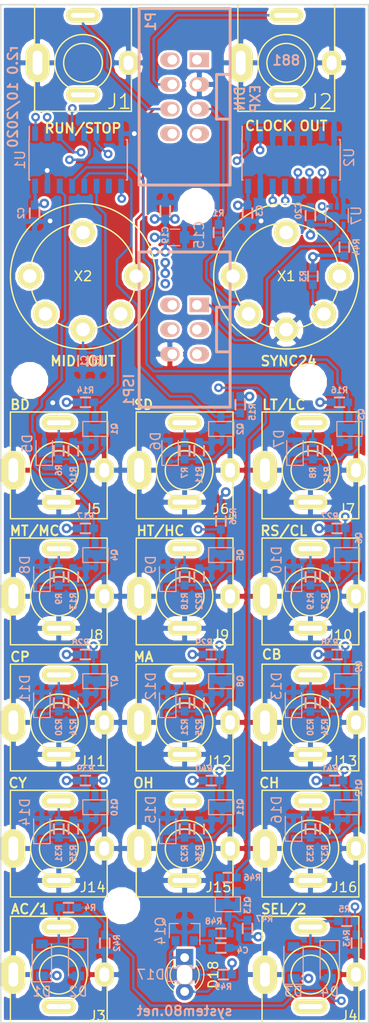
<source format=kicad_pcb>
(kicad_pcb (version 4) (host pcbnew 4.0.2-stable)
  (layers (0 F.Cu signal) (1 In1.Cu signal) (2 In2.Cu signal) (31 B.Cu signal) (34 B.Paste user) (35 F.Paste user) (36 B.SilkS user) (37 F.SilkS user) (38 B.Mask user) (39 F.Mask user) (44 Edge.Cuts user))
  (net 0 "")
  (net 1 "Net-(C1-Pad1)")
  (net 2 GNDD)
  (net 3 +5V)
  (net 4 "Net-(C4-Pad1)")
  (net 5 "Net-(D1-Pad2)")
  (net 6 "Net-(D3-Pad2)")
  (net 7 "Net-(D5-Pad1)")
  (net 8 "Net-(D6-Pad1)")
  (net 9 "Net-(D7-Pad1)")
  (net 10 "Net-(D8-Pad1)")
  (net 11 "Net-(D9-Pad1)")
  (net 12 "Net-(D10-Pad1)")
  (net 13 "Net-(D11-Pad1)")
  (net 14 "Net-(D12-Pad1)")
  (net 15 "Net-(D13-Pad1)")
  (net 16 "Net-(D14-Pad1)")
  (net 17 "Net-(D15-Pad1)")
  (net 18 "Net-(D16-Pad1)")
  (net 19 "Net-(D17-Pad2)")
  (net 20 "Net-(D17-Pad1)")
  (net 21 ISP_MISO)
  (net 22 ISP_SCK)
  (net 23 ISP_MOSI)
  (net 24 "Net-(ISP1-Pad5)")
  (net 25 DIN_RUN_STOP)
  (net 26 "Net-(J1-Pad2)")
  (net 27 DIN_TEMPO_CLK)
  (net 28 "Net-(J2-Pad2)")
  (net 29 "Net-(J3-Pad2)")
  (net 30 "Net-(J4-Pad2)")
  (net 31 "Net-(J5-Pad3)")
  (net 32 "Net-(J6-Pad3)")
  (net 33 "Net-(J7-Pad3)")
  (net 34 "Net-(J8-Pad3)")
  (net 35 "Net-(J9-Pad3)")
  (net 36 "Net-(J10-Pad3)")
  (net 37 "Net-(J11-Pad3)")
  (net 38 "Net-(J12-Pad3)")
  (net 39 "Net-(J13-Pad3)")
  (net 40 "Net-(J14-Pad3)")
  (net 41 "Net-(J15-Pad3)")
  (net 42 "Net-(J16-Pad3)")
  (net 43 DIN_RESET)
  (net 44 DIN_FILL)
  (net 45 UART_TX)
  (net 46 /BD)
  (net 47 /SD)
  (net 48 /LT)
  (net 49 /MT)
  (net 50 /HT)
  (net 51 /RS)
  (net 52 /CP)
  (net 53 /MA)
  (net 54 /CB)
  (net 55 /CY)
  (net 56 /OH)
  (net 57 /CH)
  (net 58 "Net-(Q13-Pad3)")
  (net 59 "Net-(Q13-Pad1)")
  (net 60 "Net-(R1-Pad1)")
  (net 61 "Net-(R3-Pad1)")
  (net 62 "Net-(U1-Pad7)")
  (net 63 "Net-(U1-Pad9)")
  (net 64 "Net-(U1-Pad10)")
  (net 65 "Net-(U2-Pad7)")
  (net 66 "Net-(U2-Pad9)")
  (net 67 "Net-(X1-Pad3)")
  (net 68 "Net-(X1-Pad1)")
  (net 69 "Net-(X1-Pad6)")
  (net 70 "Net-(X2-Pad6)")
  (net 71 "Net-(X2-Pad5)")
  (net 72 "Net-(X2-Pad4)")
  (module MyModules:SNAP_HOLE_0.125_INCH (layer F.Cu) (at 143.3 93.9)
    (fp_text reference SNAP-HOLE-0.125-INCH hide)
    (fp_text value VAL** hide)
    (pad "" np_thru_hole circle (at 0 0) (size 3.175 3.175) (drill 3.175) (layers *.Cu *.Mask F.SilkS) (clearance 0.3175))
  )
  (module MyModules:SNAP_HOLE_0.125_INCH (layer F.Cu) (at 124 147.9)
    (fp_text reference SNAP-HOLE-0.125-INCH hide)
    (fp_text value VAL** hide)
    (pad "" np_thru_hole circle (at 0 0) (size 3.175 3.175) (drill 3.175) (layers *.Cu *.Mask F.SilkS) (clearance 0.3175))
  )
  (module MyModules:SNAP_HOLE_0.125_INCH (layer F.Cu) (at 131.7 75.8)
    (fp_text reference SNAP-HOLE-0.125-INCH hide)
    (fp_text value VAL** hide)
    (pad "" np_thru_hole circle (at 0 0) (size 3.175 3.175) (drill 3.175) (layers *.Cu *.Mask F.SilkS) (clearance 0.3175))
  )
  (module MyModules:SD-50BV-5DIN (layer F.Cu) (at 141 83 90)
    (fp_text reference X1 (at 0 0 180) (layer F.SilkS))
    (fp_text value "MIDI OUT" hide)
    (pad 3 thru_hole circle (at 0 -5.5 90) (size 2.5 2.5) (drill 1.4) (layers *.Cu *.Mask F.SilkS) (net 67 "Net-(X1-Pad3)"))
    (pad 1 thru_hole circle (at 0 5.5 90) (size 2.5 2.5) (drill 1.4) (layers *.Cu *.Mask F.SilkS) (net 68 "Net-(X1-Pad1)"))
    (pad 2 thru_hole circle (at -5.5 0 90) (size 2.5 2.5) (drill 1.4) (layers *.Cu *.Mask F.SilkS) (net 2 GNDD))
    (pad 6 thru_hole circle (at 4.5 0 90) (size 2.5 2.5) (drill 1.4) (layers *.Cu *.Mask F.SilkS) (net 69 "Net-(X1-Pad6)"))
    (pad 5 thru_hole circle (at -3.89 -3.89 90) (size 2.5 2.5) (drill 1.4) (layers *.Cu *.Mask F.SilkS) (net 60 "Net-(R1-Pad1)"))
    (pad 4 thru_hole circle (at -3.89 3.89 90) (size 2.5 2.5) (drill 1.4) (layers *.Cu *.Mask F.SilkS) (net 61 "Net-(R3-Pad1)"))
  )
  (module LEDs:LED_D3.0mm (layer F.Cu) (at 130.5 153.75 270)
    (fp_text reference D18 (at 1.27 -2.96 270) (layer F.SilkS))
    (fp_text value LED)
    (pad 1 thru_hole rect (at -0.5 0 270) (size 1.8 1.8) (drill 0.9) (layers *.Cu *.Mask) (net 20 "Net-(D17-Pad1)"))
    (pad 2 thru_hole circle (at 3 0 270) (size 1.8 1.8) (drill 0.9) (layers *.Cu *.Mask) (net 19 "Net-(D17-Pad2)"))
  )
  (module LEDs:LED_0805 (layer B.Cu) (at 130.5 155)
    (fp_text reference D17 (at -3.5 0) (layer B.SilkS) (effects (justify mirror)))
    (fp_text value LED)
    (pad 2 smd rect (at 1.1 0 180) (size 1.2 1.2) (layers B.Cu B.Paste B.Mask) (net 19 "Net-(D17-Pad2)"))
    (pad 1 smd rect (at -1.1 0 180) (size 1.2 1.2) (layers B.Cu B.Paste B.Mask) (net 20 "Net-(D17-Pad1)"))
    (pad "" np_thru_hole rect (at 0 0 270) (size 2 1.6) (drill oval 2 1.6) (layers *.Cu *.Mask B.SilkS))
  )
  (module MyModules:SM0603-C-MURATA (layer B.Cu) (at 121.5 91.75 270)
    (fp_text reference C1 (at 0 1.4 270) (layer B.SilkS) (effects (font (size 0.6096 0.6096) (thickness 0.1524)) (justify mirror)))
    (fp_text value 0.01µ hide)
    (pad 1 smd rect (at -0.85 0 270) (size 0.9 0.8) (layers B.Cu B.Paste B.Mask) (net 1 "Net-(C1-Pad1)"))
    (pad 2 smd rect (at 0.85 0 270) (size 0.9 0.8) (layers B.Cu B.Paste B.Mask) (net 2 GNDD))
  )
  (module MyModules:SM0603-C-MURATA (layer B.Cu) (at 115 76.5 270)
    (fp_text reference C2 (at 0 1.4 270) (layer B.SilkS) (effects (font (size 0.6096 0.6096) (thickness 0.1524)) (justify mirror)))
    (fp_text value 0.1µ hide)
    (pad 1 smd rect (at -0.85 0 270) (size 0.9 0.8) (layers B.Cu B.Paste B.Mask) (net 3 +5V))
    (pad 2 smd rect (at 0.85 0 270) (size 0.9 0.8) (layers B.Cu B.Paste B.Mask) (net 2 GNDD))
  )
  (module MyModules:SM0603-C-MURATA (layer B.Cu) (at 137 76.5 270)
    (fp_text reference C3 (at -0.25 -1.25 270) (layer B.SilkS) (effects (font (size 0.6096 0.6096) (thickness 0.1524)) (justify mirror)))
    (fp_text value 0.1µ hide)
    (pad 1 smd rect (at -0.85 0 270) (size 0.9 0.8) (layers B.Cu B.Paste B.Mask) (net 3 +5V))
    (pad 2 smd rect (at 0.85 0 270) (size 0.9 0.8) (layers B.Cu B.Paste B.Mask) (net 2 GNDD))
  )
  (module MyModules:SM0603-C-MURATA (layer B.Cu) (at 134.25 152.25)
    (fp_text reference C4 (at 2.25 0.25) (layer B.SilkS) (effects (font (size 0.6096 0.6096) (thickness 0.1524)) (justify mirror)))
    (fp_text value 1n hide)
    (pad 1 smd rect (at -0.85 0) (size 0.9 0.8) (layers B.Cu B.Paste B.Mask) (net 4 "Net-(C4-Pad1)"))
    (pad 2 smd rect (at 0.85 0) (size 0.9 0.8) (layers B.Cu B.Paste B.Mask) (net 2 GNDD))
  )
  (module Capacitors_SMD:C_0805 (layer B.Cu) (at 129.5 79)
    (fp_text reference C15 (at 2.5 -0.25 90) (layer B.SilkS) (effects (justify mirror)))
    (fp_text value 1µ)
    (pad 1 smd rect (at -1 0) (size 1 1.25) (layers B.Cu B.Paste B.Mask) (net 3 +5V))
    (pad 2 smd rect (at 1 0) (size 1 1.25) (layers B.Cu B.Paste B.Mask) (net 2 GNDD))
  )
  (module MyModules:SM0603-C-MURATA (layer B.Cu) (at 128.5 76.25 90)
    (fp_text reference C19 (at -2.5 0 90) (layer B.SilkS) (effects (font (size 0.6096 0.6096) (thickness 0.1524)) (justify mirror)))
    (fp_text value 0.1µ hide)
    (pad 1 smd rect (at -0.85 0 90) (size 0.9 0.8) (layers B.Cu B.Paste B.Mask) (net 3 +5V))
    (pad 2 smd rect (at 0.85 0 90) (size 0.9 0.8) (layers B.Cu B.Paste B.Mask) (net 2 GNDD))
  )
  (module MyModules:SM0603-C-MURATA (layer B.Cu) (at 143.5 76.75 90)
    (fp_text reference C20 (at 0.5 -1.25 90) (layer B.SilkS) (effects (font (size 0.6096 0.6096) (thickness 0.1524)) (justify mirror)))
    (fp_text value 0.1µ hide)
    (pad 1 smd rect (at -0.85 0 90) (size 0.9 0.8) (layers B.Cu B.Paste B.Mask) (net 3 +5V))
    (pad 2 smd rect (at 0.85 0 90) (size 0.9 0.8) (layers B.Cu B.Paste B.Mask) (net 2 GNDD))
  )
  (module Diodes_SMD:D_SOD-123 (layer B.Cu) (at 115.75 153.5 90)
    (fp_text reference D1 (at -3.25 0 180) (layer B.SilkS) (effects (justify mirror)))
    (fp_text value B5819W)
    (pad 1 smd rect (at -1.65 0 90) (size 0.9 1.2) (layers B.Cu B.Paste B.Mask) (net 3 +5V))
    (pad 2 smd rect (at 1.65 0 90) (size 0.9 1.2) (layers B.Cu B.Paste B.Mask) (net 5 "Net-(D1-Pad2)"))
  )
  (module Diodes_SMD:D_SOD-123 (layer B.Cu) (at 119.5 153.5 270)
    (fp_text reference D2 (at 3.25 0 360) (layer B.SilkS) (effects (justify mirror)))
    (fp_text value B5819W)
    (pad 1 smd rect (at -1.65 0 270) (size 0.9 1.2) (layers B.Cu B.Paste B.Mask) (net 5 "Net-(D1-Pad2)"))
    (pad 2 smd rect (at 1.65 0 270) (size 0.9 1.2) (layers B.Cu B.Paste B.Mask) (net 2 GNDD))
  )
  (module Diodes_SMD:D_SOD-123 (layer B.Cu) (at 141.75 153.75 90)
    (fp_text reference D3 (at -3 0 180) (layer B.SilkS) (effects (justify mirror)))
    (fp_text value B5819W)
    (pad 1 smd rect (at -1.65 0 90) (size 0.9 1.2) (layers B.Cu B.Paste B.Mask) (net 3 +5V))
    (pad 2 smd rect (at 1.65 0 90) (size 0.9 1.2) (layers B.Cu B.Paste B.Mask) (net 6 "Net-(D3-Pad2)"))
  )
  (module Diodes_SMD:D_SOD-123 (layer B.Cu) (at 145.5 153.75 270)
    (fp_text reference D4 (at 3 0 360) (layer B.SilkS) (effects (justify mirror)))
    (fp_text value B5819W)
    (pad 1 smd rect (at -1.65 0 270) (size 0.9 1.2) (layers B.Cu B.Paste B.Mask) (net 6 "Net-(D3-Pad2)"))
    (pad 2 smd rect (at 1.65 0 270) (size 0.9 1.2) (layers B.Cu B.Paste B.Mask) (net 2 GNDD))
  )
  (module Diodes_SMD:D_SOD-323F (layer B.Cu) (at 116 101 90)
    (fp_text reference D5 (at 0.75 -1.75 90) (layer B.SilkS) (effects (justify mirror)))
    (fp_text value 1N4148)
    (pad 1 smd rect (at -1.1 0 90) (size 0.5 0.5) (layers B.Cu B.Paste B.Mask) (net 7 "Net-(D5-Pad1)"))
    (pad 2 smd rect (at 1.1 0 90) (size 0.5 0.5) (layers B.Cu B.Paste B.Mask) (net 2 GNDD))
  )
  (module w_conn_strip:vasch_strip_3x2 (layer B.Cu) (at 130.5 88.5 270)
    (fp_text reference ISP1 (at 6.25 5.75 270) (layer B.SilkS) (effects (font (thickness 0.2032)) (justify mirror)))
    (fp_text value CONN_02X03 hide)
    (pad 1 thru_hole rect (at -2.54 -1.27 270) (size 1.5 2) (drill 1 (offset 0 -0.25)) (layers *.Cu *.Mask B.SilkS) (net 21 ISP_MISO))
    (pad 2 thru_hole oval (at -2.54 1.27 270) (size 1.5 2) (drill 1 (offset 0 0.25)) (layers *.Cu *.Mask B.SilkS) (net 3 +5V))
    (pad 3 thru_hole oval (at 0 -1.27 270) (size 1.5 2) (drill 1 (offset 0 -0.25)) (layers *.Cu *.Mask B.SilkS) (net 22 ISP_SCK))
    (pad 4 thru_hole oval (at 0 1.27 270) (size 1.5 2) (drill 1 (offset 0 0.25)) (layers *.Cu *.Mask B.SilkS) (net 23 ISP_MOSI))
    (pad 5 thru_hole oval (at 2.54 -1.27 270) (size 1.5 2) (drill 1 (offset 0 -0.25)) (layers *.Cu *.Mask B.SilkS) (net 24 "Net-(ISP1-Pad5)"))
    (pad 6 thru_hole oval (at 2.54 1.27 270) (size 1.5 2) (drill 1 (offset 0 0.25)) (layers *.Cu *.Mask B.SilkS) (net 2 GNDD))
  )
  (module MyModules:PJ-301B-JACK-SLOTS (layer F.Cu) (at 120 61)
    (fp_text reference J1 (at 3.75 4) (layer F.SilkS) (effects (font (size 1.5 1.5))))
    (fp_text value RUN/STOP hide)
    (pad 1 thru_hole oval (at -4.7 0) (size 2.5 4) (drill oval 1 2.5) (layers *.Cu *.Mask F.SilkS) (net 2 GNDD))
    (pad 1 thru_hole oval (at 4.7 0) (size 2 2.5) (drill oval 1 1.5) (layers *.Cu *.Mask F.SilkS) (net 2 GNDD))
    (pad 3 thru_hole oval (at 0 -4.9) (size 3.5 1.5) (drill oval 2.5 0.5) (layers *.Cu *.Mask F.SilkS) (net 25 DIN_RUN_STOP))
    (pad 2 thru_hole oval (at 0 3.3) (size 3.5 1.5) (drill oval 2.5 0.5) (layers *.Cu *.Mask F.SilkS) (net 26 "Net-(J1-Pad2)"))
  )
  (module MyModules:PJ-301B-JACK-SLOTS (layer F.Cu) (at 141 61)
    (fp_text reference J2 (at 3.5 4) (layer F.SilkS) (effects (font (size 1.5 1.5))))
    (fp_text value "SYNC24 CLK" hide)
    (pad 1 thru_hole oval (at -4.7 0) (size 2.5 4) (drill oval 1 2.5) (layers *.Cu *.Mask F.SilkS) (net 2 GNDD))
    (pad 1 thru_hole oval (at 4.7 0) (size 2 2.5) (drill oval 1 1.5) (layers *.Cu *.Mask F.SilkS) (net 2 GNDD))
    (pad 3 thru_hole oval (at 0 -4.9) (size 3.5 1.5) (drill oval 2.5 0.5) (layers *.Cu *.Mask F.SilkS) (net 27 DIN_TEMPO_CLK))
    (pad 2 thru_hole oval (at 0 3.3) (size 3.5 1.5) (drill oval 2.5 0.5) (layers *.Cu *.Mask F.SilkS) (net 28 "Net-(J2-Pad2)"))
  )
  (module MyModules:PJ-301B-JACK-SLOTS (layer F.Cu) (at 117.5 155)
    (fp_text reference J3 (at 4 4.25) (layer F.SilkS))
    (fp_text value "ASSIGN 1" hide)
    (pad 1 thru_hole oval (at -4.7 0) (size 2.5 4) (drill oval 1 2.5) (layers *.Cu *.Mask F.SilkS) (net 2 GNDD))
    (pad 1 thru_hole oval (at 4.7 0) (size 2 2.5) (drill oval 1 1.5) (layers *.Cu *.Mask F.SilkS) (net 2 GNDD))
    (pad 3 thru_hole oval (at 0 -4.9) (size 3.5 1.5) (drill oval 2.5 0.5) (layers *.Cu *.Mask F.SilkS) (net 5 "Net-(D1-Pad2)"))
    (pad 2 thru_hole oval (at 0 3.3) (size 3.5 1.5) (drill oval 2.5 0.5) (layers *.Cu *.Mask F.SilkS) (net 29 "Net-(J3-Pad2)"))
  )
  (module MyModules:PJ-301B-JACK-SLOTS (layer F.Cu) (at 143.5 155)
    (fp_text reference J4 (at 4 4.25) (layer F.SilkS))
    (fp_text value "ASSIGN 2" hide)
    (pad 1 thru_hole oval (at -4.7 0) (size 2.5 4) (drill oval 1 2.5) (layers *.Cu *.Mask F.SilkS) (net 2 GNDD))
    (pad 1 thru_hole oval (at 4.7 0) (size 2 2.5) (drill oval 1 1.5) (layers *.Cu *.Mask F.SilkS) (net 2 GNDD))
    (pad 3 thru_hole oval (at 0 -4.9) (size 3.5 1.5) (drill oval 2.5 0.5) (layers *.Cu *.Mask F.SilkS) (net 6 "Net-(D3-Pad2)"))
    (pad 2 thru_hole oval (at 0 3.3) (size 3.5 1.5) (drill oval 2.5 0.5) (layers *.Cu *.Mask F.SilkS) (net 30 "Net-(J4-Pad2)"))
  )
  (module MyModules:PJ-301B-JACK-SLOTS (layer F.Cu) (at 117.5 103)
    (fp_text reference J5 (at 3.5 4) (layer F.SilkS))
    (fp_text value "BD IN" hide)
    (pad 1 thru_hole oval (at -4.7 0) (size 2.5 4) (drill oval 1 2.5) (layers *.Cu *.Mask F.SilkS) (net 2 GNDD))
    (pad 1 thru_hole oval (at 4.7 0) (size 2 2.5) (drill oval 1 1.5) (layers *.Cu *.Mask F.SilkS) (net 2 GNDD))
    (pad 3 thru_hole oval (at 0 -4.9) (size 3.5 1.5) (drill oval 2.5 0.5) (layers *.Cu *.Mask F.SilkS) (net 31 "Net-(J5-Pad3)"))
    (pad 2 thru_hole oval (at 0 3.3) (size 3.5 1.5) (drill oval 2.5 0.5) (layers *.Cu *.Mask F.SilkS) (net 2 GNDD))
  )
  (module MyModules:PJ-301B-JACK-SLOTS (layer F.Cu) (at 130.5 103)
    (fp_text reference J6 (at 3.75 4) (layer F.SilkS))
    (fp_text value "SD IN" hide)
    (pad 1 thru_hole oval (at -4.7 0) (size 2.5 4) (drill oval 1 2.5) (layers *.Cu *.Mask F.SilkS) (net 2 GNDD))
    (pad 1 thru_hole oval (at 4.7 0) (size 2 2.5) (drill oval 1 1.5) (layers *.Cu *.Mask F.SilkS) (net 2 GNDD))
    (pad 3 thru_hole oval (at 0 -4.9) (size 3.5 1.5) (drill oval 2.5 0.5) (layers *.Cu *.Mask F.SilkS) (net 32 "Net-(J6-Pad3)"))
    (pad 2 thru_hole oval (at 0 3.3) (size 3.5 1.5) (drill oval 2.5 0.5) (layers *.Cu *.Mask F.SilkS) (net 2 GNDD))
  )
  (module MyModules:PJ-301B-JACK-SLOTS (layer F.Cu) (at 143.5 103)
    (fp_text reference J7 (at 3.75 4) (layer F.SilkS))
    (fp_text value "LT IN" hide)
    (pad 1 thru_hole oval (at -4.7 0) (size 2.5 4) (drill oval 1 2.5) (layers *.Cu *.Mask F.SilkS) (net 2 GNDD))
    (pad 1 thru_hole oval (at 4.7 0) (size 2 2.5) (drill oval 1 1.5) (layers *.Cu *.Mask F.SilkS) (net 2 GNDD))
    (pad 3 thru_hole oval (at 0 -4.9) (size 3.5 1.5) (drill oval 2.5 0.5) (layers *.Cu *.Mask F.SilkS) (net 33 "Net-(J7-Pad3)"))
    (pad 2 thru_hole oval (at 0 3.3) (size 3.5 1.5) (drill oval 2.5 0.5) (layers *.Cu *.Mask F.SilkS) (net 2 GNDD))
  )
  (module MyModules:PJ-301B-JACK-SLOTS (layer F.Cu) (at 117.5 116)
    (fp_text reference J8 (at 3.75 4) (layer F.SilkS))
    (fp_text value "MT IN" hide)
    (pad 1 thru_hole oval (at -4.7 0) (size 2.5 4) (drill oval 1 2.5) (layers *.Cu *.Mask F.SilkS) (net 2 GNDD))
    (pad 1 thru_hole oval (at 4.7 0) (size 2 2.5) (drill oval 1 1.5) (layers *.Cu *.Mask F.SilkS) (net 2 GNDD))
    (pad 3 thru_hole oval (at 0 -4.9) (size 3.5 1.5) (drill oval 2.5 0.5) (layers *.Cu *.Mask F.SilkS) (net 34 "Net-(J8-Pad3)"))
    (pad 2 thru_hole oval (at 0 3.3) (size 3.5 1.5) (drill oval 2.5 0.5) (layers *.Cu *.Mask F.SilkS) (net 2 GNDD))
  )
  (module MyModules:PJ-301B-JACK-SLOTS (layer F.Cu) (at 130.5 116)
    (fp_text reference J9 (at 3.75 4) (layer F.SilkS))
    (fp_text value "HT IN" hide)
    (pad 1 thru_hole oval (at -4.7 0) (size 2.5 4) (drill oval 1 2.5) (layers *.Cu *.Mask F.SilkS) (net 2 GNDD))
    (pad 1 thru_hole oval (at 4.7 0) (size 2 2.5) (drill oval 1 1.5) (layers *.Cu *.Mask F.SilkS) (net 2 GNDD))
    (pad 3 thru_hole oval (at 0 -4.9) (size 3.5 1.5) (drill oval 2.5 0.5) (layers *.Cu *.Mask F.SilkS) (net 35 "Net-(J9-Pad3)"))
    (pad 2 thru_hole oval (at 0 3.3) (size 3.5 1.5) (drill oval 2.5 0.5) (layers *.Cu *.Mask F.SilkS) (net 2 GNDD))
  )
  (module MyModules:PJ-301B-JACK-SLOTS (layer F.Cu) (at 143.5 116)
    (fp_text reference J10 (at 3 4) (layer F.SilkS))
    (fp_text value "RS IN" hide)
    (pad 1 thru_hole oval (at -4.7 0) (size 2.5 4) (drill oval 1 2.5) (layers *.Cu *.Mask F.SilkS) (net 2 GNDD))
    (pad 1 thru_hole oval (at 4.7 0) (size 2 2.5) (drill oval 1 1.5) (layers *.Cu *.Mask F.SilkS) (net 2 GNDD))
    (pad 3 thru_hole oval (at 0 -4.9) (size 3.5 1.5) (drill oval 2.5 0.5) (layers *.Cu *.Mask F.SilkS) (net 36 "Net-(J10-Pad3)"))
    (pad 2 thru_hole oval (at 0 3.3) (size 3.5 1.5) (drill oval 2.5 0.5) (layers *.Cu *.Mask F.SilkS) (net 2 GNDD))
  )
  (module MyModules:PJ-301B-JACK-SLOTS (layer F.Cu) (at 117.5 129)
    (fp_text reference J11 (at 3.5 4) (layer F.SilkS))
    (fp_text value "CP IN" hide)
    (pad 1 thru_hole oval (at -4.7 0) (size 2.5 4) (drill oval 1 2.5) (layers *.Cu *.Mask F.SilkS) (net 2 GNDD))
    (pad 1 thru_hole oval (at 4.7 0) (size 2 2.5) (drill oval 1 1.5) (layers *.Cu *.Mask F.SilkS) (net 2 GNDD))
    (pad 3 thru_hole oval (at 0 -4.9) (size 3.5 1.5) (drill oval 2.5 0.5) (layers *.Cu *.Mask F.SilkS) (net 37 "Net-(J11-Pad3)"))
    (pad 2 thru_hole oval (at 0 3.3) (size 3.5 1.5) (drill oval 2.5 0.5) (layers *.Cu *.Mask F.SilkS) (net 2 GNDD))
  )
  (module MyModules:PJ-301B-JACK-SLOTS (layer F.Cu) (at 130.5 129)
    (fp_text reference J12 (at 3.5 4) (layer F.SilkS))
    (fp_text value "MA IN" hide)
    (pad 1 thru_hole oval (at -4.7 0) (size 2.5 4) (drill oval 1 2.5) (layers *.Cu *.Mask F.SilkS) (net 2 GNDD))
    (pad 1 thru_hole oval (at 4.7 0) (size 2 2.5) (drill oval 1 1.5) (layers *.Cu *.Mask F.SilkS) (net 2 GNDD))
    (pad 3 thru_hole oval (at 0 -4.9) (size 3.5 1.5) (drill oval 2.5 0.5) (layers *.Cu *.Mask F.SilkS) (net 38 "Net-(J12-Pad3)"))
    (pad 2 thru_hole oval (at 0 3.3) (size 3.5 1.5) (drill oval 2.5 0.5) (layers *.Cu *.Mask F.SilkS) (net 2 GNDD))
  )
  (module MyModules:PJ-301B-JACK-SLOTS (layer F.Cu) (at 143.5 129)
    (fp_text reference J13 (at 3.5 4) (layer F.SilkS))
    (fp_text value "CB IN" hide)
    (pad 1 thru_hole oval (at -4.7 0) (size 2.5 4) (drill oval 1 2.5) (layers *.Cu *.Mask F.SilkS) (net 2 GNDD))
    (pad 1 thru_hole oval (at 4.7 0) (size 2 2.5) (drill oval 1 1.5) (layers *.Cu *.Mask F.SilkS) (net 2 GNDD))
    (pad 3 thru_hole oval (at 0 -4.9) (size 3.5 1.5) (drill oval 2.5 0.5) (layers *.Cu *.Mask F.SilkS) (net 39 "Net-(J13-Pad3)"))
    (pad 2 thru_hole oval (at 0 3.3) (size 3.5 1.5) (drill oval 2.5 0.5) (layers *.Cu *.Mask F.SilkS) (net 2 GNDD))
  )
  (module MyModules:PJ-301B-JACK-SLOTS (layer F.Cu) (at 117.5 142)
    (fp_text reference J14 (at 3.5 4) (layer F.SilkS))
    (fp_text value "CY IN" hide)
    (pad 1 thru_hole oval (at -4.7 0) (size 2.5 4) (drill oval 1 2.5) (layers *.Cu *.Mask F.SilkS) (net 2 GNDD))
    (pad 1 thru_hole oval (at 4.7 0) (size 2 2.5) (drill oval 1 1.5) (layers *.Cu *.Mask F.SilkS) (net 2 GNDD))
    (pad 3 thru_hole oval (at 0 -4.9) (size 3.5 1.5) (drill oval 2.5 0.5) (layers *.Cu *.Mask F.SilkS) (net 40 "Net-(J14-Pad3)"))
    (pad 2 thru_hole oval (at 0 3.3) (size 3.5 1.5) (drill oval 2.5 0.5) (layers *.Cu *.Mask F.SilkS) (net 2 GNDD))
  )
  (module MyModules:PJ-301B-JACK-SLOTS (layer F.Cu) (at 130.5 142)
    (fp_text reference J15 (at 3.5 4) (layer F.SilkS))
    (fp_text value "OH IN" hide)
    (pad 1 thru_hole oval (at -4.7 0) (size 2.5 4) (drill oval 1 2.5) (layers *.Cu *.Mask F.SilkS) (net 2 GNDD))
    (pad 1 thru_hole oval (at 4.7 0) (size 2 2.5) (drill oval 1 1.5) (layers *.Cu *.Mask F.SilkS) (net 2 GNDD))
    (pad 3 thru_hole oval (at 0 -4.9) (size 3.5 1.5) (drill oval 2.5 0.5) (layers *.Cu *.Mask F.SilkS) (net 41 "Net-(J15-Pad3)"))
    (pad 2 thru_hole oval (at 0 3.3) (size 3.5 1.5) (drill oval 2.5 0.5) (layers *.Cu *.Mask F.SilkS) (net 2 GNDD))
  )
  (module MyModules:PJ-301B-JACK-SLOTS (layer F.Cu) (at 143.5 142)
    (fp_text reference J16 (at 3.5 4) (layer F.SilkS))
    (fp_text value "CH IN" hide)
    (pad 1 thru_hole oval (at -4.7 0) (size 2.5 4) (drill oval 1 2.5) (layers *.Cu *.Mask F.SilkS) (net 2 GNDD))
    (pad 1 thru_hole oval (at 4.7 0) (size 2 2.5) (drill oval 1 1.5) (layers *.Cu *.Mask F.SilkS) (net 2 GNDD))
    (pad 3 thru_hole oval (at 0 -4.9) (size 3.5 1.5) (drill oval 2.5 0.5) (layers *.Cu *.Mask F.SilkS) (net 42 "Net-(J16-Pad3)"))
    (pad 2 thru_hole oval (at 0 3.3) (size 3.5 1.5) (drill oval 2.5 0.5) (layers *.Cu *.Mask F.SilkS) (net 2 GNDD))
  )
  (module w_conn_strip:vasch_strip_4x2 (layer B.Cu) (at 130.5 64.5 270)
    (fp_text reference P1 (at -7.75 3.5 270) (layer B.SilkS) (effects (font (thickness 0.2032)) (justify mirror)))
    (fp_text value CONN_02X03 hide)
    (pad 8 thru_hole oval (at 3.81 1.27 270) (size 1.5 2) (drill 1 (offset 0 0.25)) (layers *.Cu *.Mask B.SilkS))
    (pad 7 thru_hole oval (at 3.81 -1.27 270) (size 1.5 2) (drill 1 (offset 0 -0.25)) (layers *.Cu *.Mask B.SilkS))
    (pad 1 thru_hole rect (at -3.81 -1.27 270) (size 1.5 2) (drill 1 (offset 0 -0.25)) (layers *.Cu *.Mask B.SilkS) (net 43 DIN_RESET))
    (pad 2 thru_hole oval (at -3.81 1.27 270) (size 1.5 2) (drill 1 (offset 0 0.25)) (layers *.Cu *.Mask B.SilkS) (net 44 DIN_FILL))
    (pad 3 thru_hole oval (at -1.27 -1.27 270) (size 1.5 2) (drill 1 (offset 0 -0.25)) (layers *.Cu *.Mask B.SilkS) (net 2 GNDD))
    (pad 4 thru_hole oval (at -1.27 1.27 270) (size 1.5 2) (drill 1 (offset 0 0.25)) (layers *.Cu *.Mask B.SilkS) (net 27 DIN_TEMPO_CLK))
    (pad 5 thru_hole oval (at 1.27 -1.27 270) (size 1.5 2) (drill 1 (offset 0 -0.25)) (layers *.Cu *.Mask B.SilkS) (net 45 UART_TX))
    (pad 6 thru_hole oval (at 1.27 1.27 270) (size 1.5 2) (drill 1 (offset 0 0.25)) (layers *.Cu *.Mask B.SilkS) (net 25 DIN_RUN_STOP))
  )
  (module MyModules:SOT23-132-JRL (layer B.Cu) (at 121.25 98.75 180)
    (fp_text reference Q1 (at -2 0 450) (layer B.SilkS) (effects (font (size 0.6096 0.6096) (thickness 0.1524)) (justify mirror)))
    (fp_text value MMBT3904 hide)
    (pad 3 smd rect (at 0 1.27 180) (size 0.70104 1.00076) (layers B.Cu B.Paste B.Mask) (net 46 /BD))
    (pad 2 smd rect (at 0.9525 -1.27 180) (size 0.70104 1.00076) (layers B.Cu B.Paste B.Mask) (net 2 GNDD))
    (pad 1 smd rect (at -0.9525 -1.27 180) (size 0.70104 1.00076) (layers B.Cu B.Paste B.Mask) (net 7 "Net-(D5-Pad1)"))
  )
  (module MyModules:SOT23-132-JRL (layer B.Cu) (at 134.25 98.75 180)
    (fp_text reference Q2 (at -2 0 450) (layer B.SilkS) (effects (font (size 0.6096 0.6096) (thickness 0.1524)) (justify mirror)))
    (fp_text value MMBT3904 hide)
    (pad 3 smd rect (at 0 1.27 180) (size 0.70104 1.00076) (layers B.Cu B.Paste B.Mask) (net 47 /SD))
    (pad 2 smd rect (at 0.9525 -1.27 180) (size 0.70104 1.00076) (layers B.Cu B.Paste B.Mask) (net 2 GNDD))
    (pad 1 smd rect (at -0.9525 -1.27 180) (size 0.70104 1.00076) (layers B.Cu B.Paste B.Mask) (net 8 "Net-(D6-Pad1)"))
  )
  (module MyModules:SOT23-132-JRL (layer B.Cu) (at 147.5 98.75 180)
    (fp_text reference Q3 (at -1.25 1.5 450) (layer B.SilkS) (effects (font (size 0.6096 0.6096) (thickness 0.1524)) (justify mirror)))
    (fp_text value MMBT3904 hide)
    (pad 3 smd rect (at 0 1.27 180) (size 0.70104 1.00076) (layers B.Cu B.Paste B.Mask) (net 48 /LT))
    (pad 2 smd rect (at 0.9525 -1.27 180) (size 0.70104 1.00076) (layers B.Cu B.Paste B.Mask) (net 2 GNDD))
    (pad 1 smd rect (at -0.9525 -1.27 180) (size 0.70104 1.00076) (layers B.Cu B.Paste B.Mask) (net 9 "Net-(D7-Pad1)"))
  )
  (module MyModules:SOT23-132-JRL (layer B.Cu) (at 121.25 111.75 180)
    (fp_text reference Q4 (at -2 0 450) (layer B.SilkS) (effects (font (size 0.6096 0.6096) (thickness 0.1524)) (justify mirror)))
    (fp_text value MMBT3904 hide)
    (pad 3 smd rect (at 0 1.27 180) (size 0.70104 1.00076) (layers B.Cu B.Paste B.Mask) (net 49 /MT))
    (pad 2 smd rect (at 0.9525 -1.27 180) (size 0.70104 1.00076) (layers B.Cu B.Paste B.Mask) (net 2 GNDD))
    (pad 1 smd rect (at -0.9525 -1.27 180) (size 0.70104 1.00076) (layers B.Cu B.Paste B.Mask) (net 10 "Net-(D8-Pad1)"))
  )
  (module MyModules:SOT23-132-JRL (layer B.Cu) (at 134.25 111.75 180)
    (fp_text reference Q5 (at -2 0 450) (layer B.SilkS) (effects (font (size 0.6096 0.6096) (thickness 0.1524)) (justify mirror)))
    (fp_text value MMBT3904 hide)
    (pad 3 smd rect (at 0 1.27 180) (size 0.70104 1.00076) (layers B.Cu B.Paste B.Mask) (net 50 /HT))
    (pad 2 smd rect (at 0.9525 -1.27 180) (size 0.70104 1.00076) (layers B.Cu B.Paste B.Mask) (net 2 GNDD))
    (pad 1 smd rect (at -0.9525 -1.27 180) (size 0.70104 1.00076) (layers B.Cu B.Paste B.Mask) (net 11 "Net-(D9-Pad1)"))
  )
  (module MyModules:SOT23-132-JRL (layer B.Cu) (at 147.25 111.75 180)
    (fp_text reference Q6 (at -1.25 1.75 450) (layer B.SilkS) (effects (font (size 0.6096 0.6096) (thickness 0.1524)) (justify mirror)))
    (fp_text value MMBT3904 hide)
    (pad 3 smd rect (at 0 1.27 180) (size 0.70104 1.00076) (layers B.Cu B.Paste B.Mask) (net 51 /RS))
    (pad 2 smd rect (at 0.9525 -1.27 180) (size 0.70104 1.00076) (layers B.Cu B.Paste B.Mask) (net 2 GNDD))
    (pad 1 smd rect (at -0.9525 -1.27 180) (size 0.70104 1.00076) (layers B.Cu B.Paste B.Mask) (net 12 "Net-(D10-Pad1)"))
  )
  (module MyModules:SOT23-132-JRL (layer B.Cu) (at 121.25 124.75 180)
    (fp_text reference Q7 (at -2 0 450) (layer B.SilkS) (effects (font (size 0.6096 0.6096) (thickness 0.1524)) (justify mirror)))
    (fp_text value MMBT3904 hide)
    (pad 3 smd rect (at 0 1.27 180) (size 0.70104 1.00076) (layers B.Cu B.Paste B.Mask) (net 52 /CP))
    (pad 2 smd rect (at 0.9525 -1.27 180) (size 0.70104 1.00076) (layers B.Cu B.Paste B.Mask) (net 2 GNDD))
    (pad 1 smd rect (at -0.9525 -1.27 180) (size 0.70104 1.00076) (layers B.Cu B.Paste B.Mask) (net 13 "Net-(D11-Pad1)"))
  )
  (module MyModules:SOT23-132-JRL (layer B.Cu) (at 134.25 124.75 180)
    (fp_text reference Q8 (at -2 0 450) (layer B.SilkS) (effects (font (size 0.6096 0.6096) (thickness 0.1524)) (justify mirror)))
    (fp_text value MMBT3904 hide)
    (pad 3 smd rect (at 0 1.27 180) (size 0.70104 1.00076) (layers B.Cu B.Paste B.Mask) (net 53 /MA))
    (pad 2 smd rect (at 0.9525 -1.27 180) (size 0.70104 1.00076) (layers B.Cu B.Paste B.Mask) (net 2 GNDD))
    (pad 1 smd rect (at -0.9525 -1.27 180) (size 0.70104 1.00076) (layers B.Cu B.Paste B.Mask) (net 14 "Net-(D12-Pad1)"))
  )
  (module MyModules:SOT23-132-JRL (layer B.Cu) (at 147.25 124.75 180)
    (fp_text reference Q9 (at -1.25 1.5 450) (layer B.SilkS) (effects (font (size 0.6096 0.6096) (thickness 0.1524)) (justify mirror)))
    (fp_text value MMBT3904 hide)
    (pad 3 smd rect (at 0 1.27 180) (size 0.70104 1.00076) (layers B.Cu B.Paste B.Mask) (net 54 /CB))
    (pad 2 smd rect (at 0.9525 -1.27 180) (size 0.70104 1.00076) (layers B.Cu B.Paste B.Mask) (net 2 GNDD))
    (pad 1 smd rect (at -0.9525 -1.27 180) (size 0.70104 1.00076) (layers B.Cu B.Paste B.Mask) (net 15 "Net-(D13-Pad1)"))
  )
  (module MyModules:SOT23-132-JRL (layer B.Cu) (at 121.25 137.75 180)
    (fp_text reference Q10 (at -2 0 450) (layer B.SilkS) (effects (font (size 0.6096 0.6096) (thickness 0.1524)) (justify mirror)))
    (fp_text value MMBT3904 hide)
    (pad 3 smd rect (at 0 1.27 180) (size 0.70104 1.00076) (layers B.Cu B.Paste B.Mask) (net 55 /CY))
    (pad 2 smd rect (at 0.9525 -1.27 180) (size 0.70104 1.00076) (layers B.Cu B.Paste B.Mask) (net 2 GNDD))
    (pad 1 smd rect (at -0.9525 -1.27 180) (size 0.70104 1.00076) (layers B.Cu B.Paste B.Mask) (net 16 "Net-(D14-Pad1)"))
  )
  (module MyModules:SOT23-132-JRL (layer B.Cu) (at 134.25 137.75 180)
    (fp_text reference Q11 (at -2 0 450) (layer B.SilkS) (effects (font (size 0.6096 0.6096) (thickness 0.1524)) (justify mirror)))
    (fp_text value MMBT3904 hide)
    (pad 3 smd rect (at 0 1.27 180) (size 0.70104 1.00076) (layers B.Cu B.Paste B.Mask) (net 56 /OH))
    (pad 2 smd rect (at 0.9525 -1.27 180) (size 0.70104 1.00076) (layers B.Cu B.Paste B.Mask) (net 2 GNDD))
    (pad 1 smd rect (at -0.9525 -1.27 180) (size 0.70104 1.00076) (layers B.Cu B.Paste B.Mask) (net 17 "Net-(D15-Pad1)"))
  )
  (module MyModules:SOT23-132-JRL (layer B.Cu) (at 147.25 137.75 180)
    (fp_text reference Q12 (at -1.25 2 450) (layer B.SilkS) (effects (font (size 0.6096 0.6096) (thickness 0.1524)) (justify mirror)))
    (fp_text value MMBT3904 hide)
    (pad 3 smd rect (at 0 1.27 180) (size 0.70104 1.00076) (layers B.Cu B.Paste B.Mask) (net 57 /CH))
    (pad 2 smd rect (at 0.9525 -1.27 180) (size 0.70104 1.00076) (layers B.Cu B.Paste B.Mask) (net 2 GNDD))
    (pad 1 smd rect (at -0.9525 -1.27 180) (size 0.70104 1.00076) (layers B.Cu B.Paste B.Mask) (net 18 "Net-(D16-Pad1)"))
  )
  (module MyModules:SOT23-132-JRL (layer B.Cu) (at 135 147.75)
    (fp_text reference Q13 (at 1.99898 0.09906 270) (layer B.SilkS) (effects (font (size 0.6096 0.6096) (thickness 0.1524)) (justify mirror)))
    (fp_text value MMBT3904 hide)
    (pad 3 smd rect (at 0 1.27) (size 0.70104 1.00076) (layers B.Cu B.Paste B.Mask) (net 58 "Net-(Q13-Pad3)"))
    (pad 2 smd rect (at 0.9525 -1.27) (size 0.70104 1.00076) (layers B.Cu B.Paste B.Mask) (net 2 GNDD))
    (pad 1 smd rect (at -0.9525 -1.27) (size 0.70104 1.00076) (layers B.Cu B.Paste B.Mask) (net 59 "Net-(Q13-Pad1)"))
  )
  (module SOT-23 (layer B.Cu) (at 130.5 150.5 90)
    (fp_text reference Q14 (at 0 -2.5 90) (layer B.SilkS) (effects (justify mirror)))
    (fp_text value MMBT3906)
    (pad 1 smd rect (at -1 0.95 90) (size 0.9 0.8) (layers B.Cu B.Paste B.Mask) (net 4 "Net-(C4-Pad1)"))
    (pad 2 smd rect (at -1 -0.95 90) (size 0.9 0.8) (layers B.Cu B.Paste B.Mask) (net 20 "Net-(D17-Pad1)"))
    (pad 3 smd rect (at 1 0 90) (size 0.9 0.8) (layers B.Cu B.Paste B.Mask) (net 2 GNDD))
  )
  (module MyModules:SM0603-R-YAGEO (layer B.Cu) (at 134 78.5 90)
    (fp_text reference R1 (at 2 0 180) (layer B.SilkS) (effects (font (size 0.6096 0.6096) (thickness 0.1524)) (justify mirror)))
    (fp_text value 220 hide)
    (pad 1 smd rect (at -0.85 0 90) (size 0.9 0.8) (layers B.Cu B.Paste B.Mask) (net 60 "Net-(R1-Pad1)"))
    (pad 2 smd rect (at 0.85 0 90) (size 0.9 0.8) (layers B.Cu B.Paste B.Mask) (net 45 UART_TX))
  )
  (module MyModules:SM0603-R-YAGEO (layer B.Cu) (at 120 91.75 90)
    (fp_text reference R2 (at 0 1.4 90) (layer B.SilkS) (effects (font (size 0.6096 0.6096) (thickness 0.1524)) (justify mirror)))
    (fp_text value 22 hide)
    (pad 1 smd rect (at -0.85 0 90) (size 0.9 0.8) (layers B.Cu B.Paste B.Mask) (net 2 GNDD))
    (pad 2 smd rect (at 0.85 0 90) (size 0.9 0.8) (layers B.Cu B.Paste B.Mask) (net 1 "Net-(C1-Pad1)"))
  )
  (module MyModules:SM0603-R-YAGEO (layer B.Cu) (at 143.75 83 90)
    (fp_text reference R3 (at 0 -1 90) (layer B.SilkS) (effects (font (size 0.6096 0.6096) (thickness 0.1524)) (justify mirror)))
    (fp_text value 220 hide)
    (pad 1 smd rect (at -0.85 0 90) (size 0.9 0.8) (layers B.Cu B.Paste B.Mask) (net 61 "Net-(R3-Pad1)"))
    (pad 2 smd rect (at 0.85 0 90) (size 0.9 0.8) (layers B.Cu B.Paste B.Mask) (net 3 +5V))
  )
  (module MyModules:SM0603-R-YAGEO (layer B.Cu) (at 118.5 148.1)
    (fp_text reference R4 (at 2.25 0) (layer B.SilkS) (effects (font (size 0.6096 0.6096) (thickness 0.1524)) (justify mirror)))
    (fp_text value 1K hide)
    (pad 1 smd rect (at -0.85 0) (size 0.9 0.8) (layers B.Cu B.Paste B.Mask) (net 5 "Net-(D1-Pad2)"))
    (pad 2 smd rect (at 0.85 0) (size 0.9 0.8) (layers B.Cu B.Paste B.Mask) (net 43 DIN_RESET))
  )
  (module MyModules:SM0603-R-YAGEO (layer B.Cu) (at 147.25 149.5)
    (fp_text reference R5 (at -0.25 -1.25) (layer B.SilkS) (effects (font (size 0.6096 0.6096) (thickness 0.1524)) (justify mirror)))
    (fp_text value 1K hide)
    (pad 1 smd rect (at -0.85 0) (size 0.9 0.8) (layers B.Cu B.Paste B.Mask) (net 6 "Net-(D3-Pad2)"))
    (pad 2 smd rect (at 0.85 0) (size 0.9 0.8) (layers B.Cu B.Paste B.Mask) (net 44 DIN_FILL))
  )
  (module MyModules:SM0603-R-YAGEO (layer B.Cu) (at 117.5 101 270)
    (fp_text reference R6 (at 2 0 270) (layer B.SilkS) (effects (font (size 0.6096 0.6096) (thickness 0.1524)) (justify mirror)))
    (fp_text value 100K hide)
    (pad 1 smd rect (at -0.85 0 270) (size 0.9 0.8) (layers B.Cu B.Paste B.Mask) (net 31 "Net-(J5-Pad3)"))
    (pad 2 smd rect (at 0.85 0 270) (size 0.9 0.8) (layers B.Cu B.Paste B.Mask) (net 7 "Net-(D5-Pad1)"))
  )
  (module MyModules:SM0603-R-YAGEO (layer B.Cu) (at 130.5 101 270)
    (fp_text reference R7 (at 2.25 0 270) (layer B.SilkS) (effects (font (size 0.6096 0.6096) (thickness 0.1524)) (justify mirror)))
    (fp_text value 100K hide)
    (pad 1 smd rect (at -0.85 0 270) (size 0.9 0.8) (layers B.Cu B.Paste B.Mask) (net 32 "Net-(J6-Pad3)"))
    (pad 2 smd rect (at 0.85 0 270) (size 0.9 0.8) (layers B.Cu B.Paste B.Mask) (net 8 "Net-(D6-Pad1)"))
  )
  (module MyModules:SM0603-R-YAGEO (layer B.Cu) (at 143.75 101 270)
    (fp_text reference R8 (at 2.25 0 270) (layer B.SilkS) (effects (font (size 0.6096 0.6096) (thickness 0.1524)) (justify mirror)))
    (fp_text value 100K hide)
    (pad 1 smd rect (at -0.85 0 270) (size 0.9 0.8) (layers B.Cu B.Paste B.Mask) (net 33 "Net-(J7-Pad3)"))
    (pad 2 smd rect (at 0.85 0 270) (size 0.9 0.8) (layers B.Cu B.Paste B.Mask) (net 9 "Net-(D7-Pad1)"))
  )
  (module MyModules:SM0603-R-YAGEO (layer B.Cu) (at 117.5 114 270)
    (fp_text reference R9 (at 2.25 0 270) (layer B.SilkS) (effects (font (size 0.6096 0.6096) (thickness 0.1524)) (justify mirror)))
    (fp_text value 100K hide)
    (pad 1 smd rect (at -0.85 0 270) (size 0.9 0.8) (layers B.Cu B.Paste B.Mask) (net 34 "Net-(J8-Pad3)"))
    (pad 2 smd rect (at 0.85 0 270) (size 0.9 0.8) (layers B.Cu B.Paste B.Mask) (net 10 "Net-(D8-Pad1)"))
  )
  (module MyModules:SM0603-R-YAGEO (layer B.Cu) (at 119 101 90)
    (fp_text reference R10 (at -2.5 0 90) (layer B.SilkS) (effects (font (size 0.6096 0.6096) (thickness 0.1524)) (justify mirror)))
    (fp_text value 100K hide)
    (pad 1 smd rect (at -0.85 0 90) (size 0.9 0.8) (layers B.Cu B.Paste B.Mask) (net 7 "Net-(D5-Pad1)"))
    (pad 2 smd rect (at 0.85 0 90) (size 0.9 0.8) (layers B.Cu B.Paste B.Mask) (net 2 GNDD))
  )
  (module MyModules:SM0603-R-YAGEO (layer B.Cu) (at 132 101 90)
    (fp_text reference R11 (at -2.5 0 90) (layer B.SilkS) (effects (font (size 0.6096 0.6096) (thickness 0.1524)) (justify mirror)))
    (fp_text value 100K hide)
    (pad 1 smd rect (at -0.85 0 90) (size 0.9 0.8) (layers B.Cu B.Paste B.Mask) (net 8 "Net-(D6-Pad1)"))
    (pad 2 smd rect (at 0.85 0 90) (size 0.9 0.8) (layers B.Cu B.Paste B.Mask) (net 2 GNDD))
  )
  (module MyModules:SM0603-R-YAGEO (layer B.Cu) (at 145.25 101 90)
    (fp_text reference R12 (at -2.5 0 90) (layer B.SilkS) (effects (font (size 0.6096 0.6096) (thickness 0.1524)) (justify mirror)))
    (fp_text value 100K hide)
    (pad 1 smd rect (at -0.85 0 90) (size 0.9 0.8) (layers B.Cu B.Paste B.Mask) (net 9 "Net-(D7-Pad1)"))
    (pad 2 smd rect (at 0.85 0 90) (size 0.9 0.8) (layers B.Cu B.Paste B.Mask) (net 2 GNDD))
  )
  (module MyModules:SM0603-R-YAGEO (layer B.Cu) (at 119 114 90)
    (fp_text reference R13 (at -2.5 0 90) (layer B.SilkS) (effects (font (size 0.6096 0.6096) (thickness 0.1524)) (justify mirror)))
    (fp_text value 100K hide)
    (pad 1 smd rect (at -0.85 0 90) (size 0.9 0.8) (layers B.Cu B.Paste B.Mask) (net 10 "Net-(D8-Pad1)"))
    (pad 2 smd rect (at 0.85 0 90) (size 0.9 0.8) (layers B.Cu B.Paste B.Mask) (net 2 GNDD))
  )
  (module MyModules:SM0603-R-YAGEO (layer B.Cu) (at 120.25 96)
    (fp_text reference R14 (at 0 -1.25) (layer B.SilkS) (effects (font (size 0.6096 0.6096) (thickness 0.1524)) (justify mirror)))
    (fp_text value 10K hide)
    (pad 1 smd rect (at -0.85 0) (size 0.9 0.8) (layers B.Cu B.Paste B.Mask) (net 3 +5V))
    (pad 2 smd rect (at 0.85 0) (size 0.9 0.8) (layers B.Cu B.Paste B.Mask) (net 46 /BD))
  )
  (module MyModules:SM0603-R-YAGEO (layer B.Cu) (at 136.25 96.25 270)
    (fp_text reference R15 (at 0.75 -1.25 270) (layer B.SilkS) (effects (font (size 0.6096 0.6096) (thickness 0.1524)) (justify mirror)))
    (fp_text value 10K hide)
    (pad 1 smd rect (at -0.85 0 270) (size 0.9 0.8) (layers B.Cu B.Paste B.Mask) (net 3 +5V))
    (pad 2 smd rect (at 0.85 0 270) (size 0.9 0.8) (layers B.Cu B.Paste B.Mask) (net 47 /SD))
  )
  (module MyModules:SM0603-R-YAGEO (layer B.Cu) (at 146.5 96)
    (fp_text reference R16 (at 0 -1.25) (layer B.SilkS) (effects (font (size 0.6096 0.6096) (thickness 0.1524)) (justify mirror)))
    (fp_text value 10K hide)
    (pad 1 smd rect (at -0.85 0) (size 0.9 0.8) (layers B.Cu B.Paste B.Mask) (net 3 +5V))
    (pad 2 smd rect (at 0.85 0) (size 0.9 0.8) (layers B.Cu B.Paste B.Mask) (net 48 /LT))
  )
  (module MyModules:SM0603-R-YAGEO (layer B.Cu) (at 120.25 109)
    (fp_text reference R17 (at 0 -1.25) (layer B.SilkS) (effects (font (size 0.6096 0.6096) (thickness 0.1524)) (justify mirror)))
    (fp_text value 10K hide)
    (pad 1 smd rect (at -0.85 0) (size 0.9 0.8) (layers B.Cu B.Paste B.Mask) (net 3 +5V))
    (pad 2 smd rect (at 0.85 0) (size 0.9 0.8) (layers B.Cu B.Paste B.Mask) (net 49 /MT))
  )
  (module MyModules:SM0603-R-YAGEO (layer B.Cu) (at 130.5 114 270)
    (fp_text reference R18 (at 2.5 0 270) (layer B.SilkS) (effects (font (size 0.6096 0.6096) (thickness 0.1524)) (justify mirror)))
    (fp_text value 100K hide)
    (pad 1 smd rect (at -0.85 0 270) (size 0.9 0.8) (layers B.Cu B.Paste B.Mask) (net 35 "Net-(J9-Pad3)"))
    (pad 2 smd rect (at 0.85 0 270) (size 0.9 0.8) (layers B.Cu B.Paste B.Mask) (net 11 "Net-(D9-Pad1)"))
  )
  (module MyModules:SM0603-R-YAGEO (layer B.Cu) (at 143.5 114 270)
    (fp_text reference R19 (at 2.5 0 270) (layer B.SilkS) (effects (font (size 0.6096 0.6096) (thickness 0.1524)) (justify mirror)))
    (fp_text value 100K hide)
    (pad 1 smd rect (at -0.85 0 270) (size 0.9 0.8) (layers B.Cu B.Paste B.Mask) (net 36 "Net-(J10-Pad3)"))
    (pad 2 smd rect (at 0.85 0 270) (size 0.9 0.8) (layers B.Cu B.Paste B.Mask) (net 12 "Net-(D10-Pad1)"))
  )
  (module MyModules:SM0603-R-YAGEO (layer B.Cu) (at 117.5 127 270)
    (fp_text reference R20 (at 2.5 0 270) (layer B.SilkS) (effects (font (size 0.6096 0.6096) (thickness 0.1524)) (justify mirror)))
    (fp_text value 100K hide)
    (pad 1 smd rect (at -0.85 0 270) (size 0.9 0.8) (layers B.Cu B.Paste B.Mask) (net 37 "Net-(J11-Pad3)"))
    (pad 2 smd rect (at 0.85 0 270) (size 0.9 0.8) (layers B.Cu B.Paste B.Mask) (net 13 "Net-(D11-Pad1)"))
  )
  (module MyModules:SM0603-R-YAGEO (layer B.Cu) (at 130.5 127 270)
    (fp_text reference R21 (at 2.5 0 270) (layer B.SilkS) (effects (font (size 0.6096 0.6096) (thickness 0.1524)) (justify mirror)))
    (fp_text value 100K hide)
    (pad 1 smd rect (at -0.85 0 270) (size 0.9 0.8) (layers B.Cu B.Paste B.Mask) (net 38 "Net-(J12-Pad3)"))
    (pad 2 smd rect (at 0.85 0 270) (size 0.9 0.8) (layers B.Cu B.Paste B.Mask) (net 14 "Net-(D12-Pad1)"))
  )
  (module MyModules:SM0603-R-YAGEO (layer B.Cu) (at 132 114 90)
    (fp_text reference R22 (at -2.5 0 90) (layer B.SilkS) (effects (font (size 0.6096 0.6096) (thickness 0.1524)) (justify mirror)))
    (fp_text value 100K hide)
    (pad 1 smd rect (at -0.85 0 90) (size 0.9 0.8) (layers B.Cu B.Paste B.Mask) (net 11 "Net-(D9-Pad1)"))
    (pad 2 smd rect (at 0.85 0 90) (size 0.9 0.8) (layers B.Cu B.Paste B.Mask) (net 2 GNDD))
  )
  (module MyModules:SM0603-R-YAGEO (layer B.Cu) (at 145 114 90)
    (fp_text reference R23 (at -2.5 0 90) (layer B.SilkS) (effects (font (size 0.6096 0.6096) (thickness 0.1524)) (justify mirror)))
    (fp_text value 100K hide)
    (pad 1 smd rect (at -0.85 0 90) (size 0.9 0.8) (layers B.Cu B.Paste B.Mask) (net 12 "Net-(D10-Pad1)"))
    (pad 2 smd rect (at 0.85 0 90) (size 0.9 0.8) (layers B.Cu B.Paste B.Mask) (net 2 GNDD))
  )
  (module MyModules:SM0603-R-YAGEO (layer B.Cu) (at 119 127 90)
    (fp_text reference R24 (at -2.5 0 90) (layer B.SilkS) (effects (font (size 0.6096 0.6096) (thickness 0.1524)) (justify mirror)))
    (fp_text value 100K hide)
    (pad 1 smd rect (at -0.85 0 90) (size 0.9 0.8) (layers B.Cu B.Paste B.Mask) (net 13 "Net-(D11-Pad1)"))
    (pad 2 smd rect (at 0.85 0 90) (size 0.9 0.8) (layers B.Cu B.Paste B.Mask) (net 2 GNDD))
  )
  (module MyModules:SM0603-R-YAGEO (layer B.Cu) (at 132 127 90)
    (fp_text reference R25 (at -2.5 0 90) (layer B.SilkS) (effects (font (size 0.6096 0.6096) (thickness 0.1524)) (justify mirror)))
    (fp_text value 100K hide)
    (pad 1 smd rect (at -0.85 0 90) (size 0.9 0.8) (layers B.Cu B.Paste B.Mask) (net 14 "Net-(D12-Pad1)"))
    (pad 2 smd rect (at 0.85 0 90) (size 0.9 0.8) (layers B.Cu B.Paste B.Mask) (net 2 GNDD))
  )
  (module MyModules:SM0603-R-YAGEO (layer B.Cu) (at 134.25 108.25 270)
    (fp_text reference R26 (at -0.5 -1.25 270) (layer B.SilkS) (effects (font (size 0.6096 0.6096) (thickness 0.1524)) (justify mirror)))
    (fp_text value 10K hide)
    (pad 1 smd rect (at -0.85 0 270) (size 0.9 0.8) (layers B.Cu B.Paste B.Mask) (net 3 +5V))
    (pad 2 smd rect (at 0.85 0 270) (size 0.9 0.8) (layers B.Cu B.Paste B.Mask) (net 50 /HT))
  )
  (module MyModules:SM0603-R-YAGEO (layer B.Cu) (at 146.25 109)
    (fp_text reference R27 (at -0.75 -1.25) (layer B.SilkS) (effects (font (size 0.6096 0.6096) (thickness 0.1524)) (justify mirror)))
    (fp_text value 10K hide)
    (pad 1 smd rect (at -0.85 0) (size 0.9 0.8) (layers B.Cu B.Paste B.Mask) (net 3 +5V))
    (pad 2 smd rect (at 0.85 0) (size 0.9 0.8) (layers B.Cu B.Paste B.Mask) (net 51 /RS))
  )
  (module MyModules:SM0603-R-YAGEO (layer B.Cu) (at 120.25 122)
    (fp_text reference R28 (at -0.5 -1.25) (layer B.SilkS) (effects (font (size 0.6096 0.6096) (thickness 0.1524)) (justify mirror)))
    (fp_text value 10K hide)
    (pad 1 smd rect (at -0.85 0) (size 0.9 0.8) (layers B.Cu B.Paste B.Mask) (net 3 +5V))
    (pad 2 smd rect (at 0.85 0) (size 0.9 0.8) (layers B.Cu B.Paste B.Mask) (net 52 /CP))
  )
  (module MyModules:SM0603-R-YAGEO (layer B.Cu) (at 133.25 122)
    (fp_text reference R29 (at -0.75 -1.25) (layer B.SilkS) (effects (font (size 0.6096 0.6096) (thickness 0.1524)) (justify mirror)))
    (fp_text value 10K hide)
    (pad 1 smd rect (at -0.85 0) (size 0.9 0.8) (layers B.Cu B.Paste B.Mask) (net 3 +5V))
    (pad 2 smd rect (at 0.85 0) (size 0.9 0.8) (layers B.Cu B.Paste B.Mask) (net 53 /MA))
  )
  (module MyModules:SM0603-R-YAGEO (layer B.Cu) (at 143.5 127 270)
    (fp_text reference R30 (at 2.5 0 270) (layer B.SilkS) (effects (font (size 0.6096 0.6096) (thickness 0.1524)) (justify mirror)))
    (fp_text value 100K hide)
    (pad 1 smd rect (at -0.85 0 270) (size 0.9 0.8) (layers B.Cu B.Paste B.Mask) (net 39 "Net-(J13-Pad3)"))
    (pad 2 smd rect (at 0.85 0 270) (size 0.9 0.8) (layers B.Cu B.Paste B.Mask) (net 15 "Net-(D13-Pad1)"))
  )
  (module MyModules:SM0603-R-YAGEO (layer B.Cu) (at 117.5 140 270)
    (fp_text reference R31 (at 2.5 0 270) (layer B.SilkS) (effects (font (size 0.6096 0.6096) (thickness 0.1524)) (justify mirror)))
    (fp_text value 100K hide)
    (pad 1 smd rect (at -0.85 0 270) (size 0.9 0.8) (layers B.Cu B.Paste B.Mask) (net 40 "Net-(J14-Pad3)"))
    (pad 2 smd rect (at 0.85 0 270) (size 0.9 0.8) (layers B.Cu B.Paste B.Mask) (net 16 "Net-(D14-Pad1)"))
  )
  (module MyModules:SM0603-R-YAGEO (layer B.Cu) (at 130.5 140 270)
    (fp_text reference R32 (at 2.5 0 270) (layer B.SilkS) (effects (font (size 0.6096 0.6096) (thickness 0.1524)) (justify mirror)))
    (fp_text value 100K hide)
    (pad 1 smd rect (at -0.85 0 270) (size 0.9 0.8) (layers B.Cu B.Paste B.Mask) (net 41 "Net-(J15-Pad3)"))
    (pad 2 smd rect (at 0.85 0 270) (size 0.9 0.8) (layers B.Cu B.Paste B.Mask) (net 17 "Net-(D15-Pad1)"))
  )
  (module MyModules:SM0603-R-YAGEO (layer B.Cu) (at 143.5 140 270)
    (fp_text reference R33 (at 2.5 0 270) (layer B.SilkS) (effects (font (size 0.6096 0.6096) (thickness 0.1524)) (justify mirror)))
    (fp_text value 100K hide)
    (pad 1 smd rect (at -0.85 0 270) (size 0.9 0.8) (layers B.Cu B.Paste B.Mask) (net 42 "Net-(J16-Pad3)"))
    (pad 2 smd rect (at 0.85 0 270) (size 0.9 0.8) (layers B.Cu B.Paste B.Mask) (net 18 "Net-(D16-Pad1)"))
  )
  (module MyModules:SM0603-R-YAGEO (layer B.Cu) (at 145 127 90)
    (fp_text reference R34 (at -2.5 0 90) (layer B.SilkS) (effects (font (size 0.6096 0.6096) (thickness 0.1524)) (justify mirror)))
    (fp_text value 100K hide)
    (pad 1 smd rect (at -0.85 0 90) (size 0.9 0.8) (layers B.Cu B.Paste B.Mask) (net 15 "Net-(D13-Pad1)"))
    (pad 2 smd rect (at 0.85 0 90) (size 0.9 0.8) (layers B.Cu B.Paste B.Mask) (net 2 GNDD))
  )
  (module MyModules:SM0603-R-YAGEO (layer B.Cu) (at 119 140 90)
    (fp_text reference R35 (at -2.5 0 90) (layer B.SilkS) (effects (font (size 0.6096 0.6096) (thickness 0.1524)) (justify mirror)))
    (fp_text value 100K hide)
    (pad 1 smd rect (at -0.85 0 90) (size 0.9 0.8) (layers B.Cu B.Paste B.Mask) (net 16 "Net-(D14-Pad1)"))
    (pad 2 smd rect (at 0.85 0 90) (size 0.9 0.8) (layers B.Cu B.Paste B.Mask) (net 2 GNDD))
  )
  (module MyModules:SM0603-R-YAGEO (layer B.Cu) (at 132 140 90)
    (fp_text reference R36 (at -2.5 0 90) (layer B.SilkS) (effects (font (size 0.6096 0.6096) (thickness 0.1524)) (justify mirror)))
    (fp_text value 100K hide)
    (pad 1 smd rect (at -0.85 0 90) (size 0.9 0.8) (layers B.Cu B.Paste B.Mask) (net 17 "Net-(D15-Pad1)"))
    (pad 2 smd rect (at 0.85 0 90) (size 0.9 0.8) (layers B.Cu B.Paste B.Mask) (net 2 GNDD))
  )
  (module MyModules:SM0603-R-YAGEO (layer B.Cu) (at 145 140 90)
    (fp_text reference R37 (at -2.5 0 90) (layer B.SilkS) (effects (font (size 0.6096 0.6096) (thickness 0.1524)) (justify mirror)))
    (fp_text value 100K hide)
    (pad 1 smd rect (at -0.85 0 90) (size 0.9 0.8) (layers B.Cu B.Paste B.Mask) (net 18 "Net-(D16-Pad1)"))
    (pad 2 smd rect (at 0.85 0 90) (size 0.9 0.8) (layers B.Cu B.Paste B.Mask) (net 2 GNDD))
  )
  (module MyModules:SM0603-R-YAGEO (layer B.Cu) (at 146.25 122)
    (fp_text reference R38 (at -0.75 -1.25) (layer B.SilkS) (effects (font (size 0.6096 0.6096) (thickness 0.1524)) (justify mirror)))
    (fp_text value 10K hide)
    (pad 1 smd rect (at -0.85 0) (size 0.9 0.8) (layers B.Cu B.Paste B.Mask) (net 3 +5V))
    (pad 2 smd rect (at 0.85 0) (size 0.9 0.8) (layers B.Cu B.Paste B.Mask) (net 54 /CB))
  )
  (module MyModules:SM0603-R-YAGEO (layer B.Cu) (at 120.25 135)
    (fp_text reference R39 (at 0 -1.25) (layer B.SilkS) (effects (font (size 0.6096 0.6096) (thickness 0.1524)) (justify mirror)))
    (fp_text value 10K hide)
    (pad 1 smd rect (at -0.85 0) (size 0.9 0.8) (layers B.Cu B.Paste B.Mask) (net 3 +5V))
    (pad 2 smd rect (at 0.85 0) (size 0.9 0.8) (layers B.Cu B.Paste B.Mask) (net 55 /CY))
  )
  (module MyModules:SM0603-R-YAGEO (layer B.Cu) (at 133.25 135)
    (fp_text reference R40 (at -0.75 -1.25) (layer B.SilkS) (effects (font (size 0.6096 0.6096) (thickness 0.1524)) (justify mirror)))
    (fp_text value 10K hide)
    (pad 1 smd rect (at -0.85 0) (size 0.9 0.8) (layers B.Cu B.Paste B.Mask) (net 3 +5V))
    (pad 2 smd rect (at 0.85 0) (size 0.9 0.8) (layers B.Cu B.Paste B.Mask) (net 56 /OH))
  )
  (module MyModules:SM0603-R-YAGEO (layer B.Cu) (at 146 135)
    (fp_text reference R41 (at -0.5 -1.25) (layer B.SilkS) (effects (font (size 0.6096 0.6096) (thickness 0.1524)) (justify mirror)))
    (fp_text value 10K hide)
    (pad 1 smd rect (at -0.85 0) (size 0.9 0.8) (layers B.Cu B.Paste B.Mask) (net 3 +5V))
    (pad 2 smd rect (at 0.85 0) (size 0.9 0.8) (layers B.Cu B.Paste B.Mask) (net 57 /CH))
  )
  (module MyModules:SM0603-R-YAGEO (layer B.Cu) (at 122.25 151.75 270)
    (fp_text reference R42 (at 0 -1.25 270) (layer B.SilkS) (effects (font (size 0.6096 0.6096) (thickness 0.1524)) (justify mirror)))
    (fp_text value 47K hide)
    (pad 1 smd rect (at -0.85 0 270) (size 0.9 0.8) (layers B.Cu B.Paste B.Mask) (net 43 DIN_RESET))
    (pad 2 smd rect (at 0.85 0 270) (size 0.9 0.8) (layers B.Cu B.Paste B.Mask) (net 2 GNDD))
  )
  (module MyModules:SM0603-R-YAGEO (layer B.Cu) (at 148.25 151.75 270)
    (fp_text reference R43 (at -0.5 1 270) (layer B.SilkS) (effects (font (size 0.6096 0.6096) (thickness 0.1524)) (justify mirror)))
    (fp_text value 100K hide)
    (pad 1 smd rect (at -0.85 0 270) (size 0.9 0.8) (layers B.Cu B.Paste B.Mask) (net 44 DIN_FILL))
    (pad 2 smd rect (at 0.85 0 270) (size 0.9 0.8) (layers B.Cu B.Paste B.Mask) (net 2 GNDD))
  )
  (module MyModules:SM0603-R-YAGEO (layer B.Cu) (at 147 80 90)
    (fp_text reference R44 (at 0 1.25 90) (layer B.SilkS) (effects (font (size 0.6096 0.6096) (thickness 0.1524)) (justify mirror)))
    (fp_text value 47K hide)
    (pad 1 smd rect (at -0.85 0 90) (size 0.9 0.8) (layers B.Cu B.Paste B.Mask) (net 3 +5V))
    (pad 2 smd rect (at 0.85 0 90) (size 0.9 0.8) (layers B.Cu B.Paste B.Mask) (net 21 ISP_MISO))
  )
  (module MyModules:SM0603-R-YAGEO (layer B.Cu) (at 135 145)
    (fp_text reference R46 (at 2.5 0) (layer B.SilkS) (effects (font (size 0.6096 0.6096) (thickness 0.1524)) (justify mirror)))
    (fp_text value 100K hide)
    (pad 1 smd rect (at -0.85 0) (size 0.9 0.8) (layers B.Cu B.Paste B.Mask) (net 59 "Net-(Q13-Pad1)"))
    (pad 2 smd rect (at 0.85 0) (size 0.9 0.8) (layers B.Cu B.Paste B.Mask) (net 22 ISP_SCK))
  )
  (module MyModules:SM0603-R-YAGEO (layer B.Cu) (at 137 150.25 90)
    (fp_text reference R47 (at 1 1.75 180) (layer B.SilkS) (effects (font (size 0.6096 0.6096) (thickness 0.1524)) (justify mirror)))
    (fp_text value 1K hide)
    (pad 1 smd rect (at -0.85 0 90) (size 0.9 0.8) (layers B.Cu B.Paste B.Mask) (net 3 +5V))
    (pad 2 smd rect (at 0.85 0 90) (size 0.9 0.8) (layers B.Cu B.Paste B.Mask) (net 58 "Net-(Q13-Pad3)"))
  )
  (module MyModules:SM0603-R-YAGEO (layer B.Cu) (at 134.25 150.75)
    (fp_text reference R48 (at -0.75 -1.25) (layer B.SilkS) (effects (font (size 0.6096 0.6096) (thickness 0.1524)) (justify mirror)))
    (fp_text value 10K hide)
    (pad 1 smd rect (at -0.85 0) (size 0.9 0.8) (layers B.Cu B.Paste B.Mask) (net 4 "Net-(C4-Pad1)"))
    (pad 2 smd rect (at 0.85 0) (size 0.9 0.8) (layers B.Cu B.Paste B.Mask) (net 58 "Net-(Q13-Pad3)"))
  )
  (module MyModules:SM0603-R-YAGEO (layer B.Cu) (at 134.5 155 180)
    (fp_text reference R49 (at 0 -1.25 180) (layer B.SilkS) (effects (font (size 0.6096 0.6096) (thickness 0.1524)) (justify mirror)))
    (fp_text value 1K hide)
    (pad 1 smd rect (at -0.85 0 180) (size 0.9 0.8) (layers B.Cu B.Paste B.Mask) (net 3 +5V))
    (pad 2 smd rect (at 0.85 0 180) (size 0.9 0.8) (layers B.Cu B.Paste B.Mask) (net 19 "Net-(D17-Pad2)"))
  )
  (module Housings_SOIC:SOIC-16_3.9x9.9mm_Pitch1.27mm (layer B.Cu) (at 119.5 71 270)
    (fp_text reference U1 (at 0 6 270) (layer B.SilkS) (effects (justify mirror)))
    (fp_text value 74HC165)
    (pad 1 smd rect (at -2.7 4.445 270) (size 1.5 0.6) (layers B.Cu B.Paste B.Mask) (net 23 ISP_MOSI))
    (pad 2 smd rect (at -2.7 3.175 270) (size 1.5 0.6) (layers B.Cu B.Paste B.Mask) (net 22 ISP_SCK))
    (pad 3 smd rect (at -2.7 1.905 270) (size 1.5 0.6) (layers B.Cu B.Paste B.Mask) (net 50 /HT))
    (pad 4 smd rect (at -2.7 0.635 270) (size 1.5 0.6) (layers B.Cu B.Paste B.Mask) (net 51 /RS))
    (pad 5 smd rect (at -2.7 -0.635 270) (size 1.5 0.6) (layers B.Cu B.Paste B.Mask) (net 52 /CP))
    (pad 6 smd rect (at -2.7 -1.905 270) (size 1.5 0.6) (layers B.Cu B.Paste B.Mask) (net 53 /MA))
    (pad 7 smd rect (at -2.7 -3.175 270) (size 1.5 0.6) (layers B.Cu B.Paste B.Mask) (net 62 "Net-(U1-Pad7)"))
    (pad 8 smd rect (at -2.7 -4.445 270) (size 1.5 0.6) (layers B.Cu B.Paste B.Mask) (net 2 GNDD))
    (pad 9 smd rect (at 2.7 -4.445 270) (size 1.5 0.6) (layers B.Cu B.Paste B.Mask) (net 63 "Net-(U1-Pad9)"))
    (pad 10 smd rect (at 2.7 -3.175 270) (size 1.5 0.6) (layers B.Cu B.Paste B.Mask) (net 64 "Net-(U1-Pad10)"))
    (pad 11 smd rect (at 2.7 -1.905 270) (size 1.5 0.6) (layers B.Cu B.Paste B.Mask) (net 46 /BD))
    (pad 12 smd rect (at 2.7 -0.635 270) (size 1.5 0.6) (layers B.Cu B.Paste B.Mask) (net 47 /SD))
    (pad 13 smd rect (at 2.7 0.635 270) (size 1.5 0.6) (layers B.Cu B.Paste B.Mask) (net 48 /LT))
    (pad 14 smd rect (at 2.7 1.905 270) (size 1.5 0.6) (layers B.Cu B.Paste B.Mask) (net 49 /MT))
    (pad 15 smd rect (at 2.7 3.175 270) (size 1.5 0.6) (layers B.Cu B.Paste B.Mask) (net 2 GNDD))
    (pad 16 smd rect (at 2.7 4.445 270) (size 1.5 0.6) (layers B.Cu B.Paste B.Mask) (net 3 +5V))
  )
  (module Housings_SOIC:SOIC-16_3.9x9.9mm_Pitch1.27mm (layer B.Cu) (at 141.5 71 270)
    (fp_text reference U2 (at -0.25 -6 270) (layer B.SilkS) (effects (justify mirror)))
    (fp_text value 74HC165)
    (pad 1 smd rect (at -2.7 4.445 270) (size 1.5 0.6) (layers B.Cu B.Paste B.Mask) (net 23 ISP_MOSI))
    (pad 2 smd rect (at -2.7 3.175 270) (size 1.5 0.6) (layers B.Cu B.Paste B.Mask) (net 22 ISP_SCK))
    (pad 3 smd rect (at -2.7 1.905 270) (size 1.5 0.6) (layers B.Cu B.Paste B.Mask) (net 2 GNDD))
    (pad 4 smd rect (at -2.7 0.635 270) (size 1.5 0.6) (layers B.Cu B.Paste B.Mask) (net 2 GNDD))
    (pad 5 smd rect (at -2.7 -0.635 270) (size 1.5 0.6) (layers B.Cu B.Paste B.Mask) (net 2 GNDD))
    (pad 6 smd rect (at -2.7 -1.905 270) (size 1.5 0.6) (layers B.Cu B.Paste B.Mask) (net 2 GNDD))
    (pad 7 smd rect (at -2.7 -3.175 270) (size 1.5 0.6) (layers B.Cu B.Paste B.Mask) (net 65 "Net-(U2-Pad7)"))
    (pad 8 smd rect (at -2.7 -4.445 270) (size 1.5 0.6) (layers B.Cu B.Paste B.Mask) (net 2 GNDD))
    (pad 9 smd rect (at 2.7 -4.445 270) (size 1.5 0.6) (layers B.Cu B.Paste B.Mask) (net 66 "Net-(U2-Pad9)"))
    (pad 10 smd rect (at 2.7 -3.175 270) (size 1.5 0.6) (layers B.Cu B.Paste B.Mask) (net 63 "Net-(U1-Pad9)"))
    (pad 11 smd rect (at 2.7 -1.905 270) (size 1.5 0.6) (layers B.Cu B.Paste B.Mask) (net 54 /CB))
    (pad 12 smd rect (at 2.7 -0.635 270) (size 1.5 0.6) (layers B.Cu B.Paste B.Mask) (net 55 /CY))
    (pad 13 smd rect (at 2.7 0.635 270) (size 1.5 0.6) (layers B.Cu B.Paste B.Mask) (net 56 /OH))
    (pad 14 smd rect (at 2.7 1.905 270) (size 1.5 0.6) (layers B.Cu B.Paste B.Mask) (net 57 /CH))
    (pad 15 smd rect (at 2.7 3.175 270) (size 1.5 0.6) (layers B.Cu B.Paste B.Mask) (net 2 GNDD))
    (pad 16 smd rect (at 2.7 4.445 270) (size 1.5 0.6) (layers B.Cu B.Paste B.Mask) (net 3 +5V))
  )
  (module TO_SOT_Packages_SMD:SOT-353_SC-70-5 (layer B.Cu) (at 146.25 76.75 270)
    (fp_text reference U7 (at 0 -2 270) (layer B.SilkS) (effects (justify mirror)))
    (fp_text value 74AHCT1G125GW)
    (pad 1 smd rect (at -0.95 0.65 270) (size 0.65 0.4) (layers B.Cu B.Paste B.Mask) (net 25 DIN_RUN_STOP))
    (pad 3 smd rect (at -0.95 -0.65 270) (size 0.65 0.4) (layers B.Cu B.Paste B.Mask) (net 2 GNDD))
    (pad 2 smd rect (at -0.95 0 270) (size 0.65 0.4) (layers B.Cu B.Paste B.Mask) (net 66 "Net-(U2-Pad9)"))
    (pad 4 smd rect (at 0.95 -0.65 270) (size 0.65 0.4) (layers B.Cu B.Paste B.Mask) (net 21 ISP_MISO))
    (pad 5 smd rect (at 0.95 0.65 270) (size 0.65 0.4) (layers B.Cu B.Paste B.Mask) (net 3 +5V))
  )
  (module MyModules:SD-50BV-5DIN (layer F.Cu) (at 120 83 90)
    (fp_text reference X2 (at 0 0 180) (layer F.SilkS))
    (fp_text value SYNC24 hide)
    (pad 3 thru_hole circle (at 0 -5.5 90) (size 2.5 2.5) (drill 1.4) (layers *.Cu *.Mask F.SilkS) (net 27 DIN_TEMPO_CLK))
    (pad 1 thru_hole circle (at 0 5.5 90) (size 2.5 2.5) (drill 1.4) (layers *.Cu *.Mask F.SilkS) (net 25 DIN_RUN_STOP))
    (pad 2 thru_hole circle (at -5.5 0 90) (size 2.5 2.5) (drill 1.4) (layers *.Cu *.Mask F.SilkS) (net 1 "Net-(C1-Pad1)"))
    (pad 6 thru_hole circle (at 4.5 0 90) (size 2.5 2.5) (drill 1.4) (layers *.Cu *.Mask F.SilkS) (net 70 "Net-(X2-Pad6)"))
    (pad 5 thru_hole circle (at -3.89 -3.89 90) (size 2.5 2.5) (drill 1.4) (layers *.Cu *.Mask F.SilkS) (net 71 "Net-(X2-Pad5)"))
    (pad 4 thru_hole circle (at -3.89 3.89 90) (size 2.5 2.5) (drill 1.4) (layers *.Cu *.Mask F.SilkS) (net 72 "Net-(X2-Pad4)"))
  )
  (module Diodes_SMD:D_SOD-323F (layer B.Cu) (at 141.75 139.75 90)
    (fp_text reference D16 (at 1.75 -1.75 90) (layer B.SilkS) (effects (justify mirror)))
    (fp_text value 1N4148)
    (pad 1 smd rect (at -1.1 0 90) (size 0.5 0.5) (layers B.Cu B.Paste B.Mask) (net 18 "Net-(D16-Pad1)"))
    (pad 2 smd rect (at 1.1 0 90) (size 0.5 0.5) (layers B.Cu B.Paste B.Mask) (net 2 GNDD))
  )
  (module Diodes_SMD:D_SOD-323F (layer B.Cu) (at 128.75 140 90)
    (fp_text reference D15 (at 2 -1.75 90) (layer B.SilkS) (effects (justify mirror)))
    (fp_text value 1N4148)
    (pad 1 smd rect (at -1.1 0 90) (size 0.5 0.5) (layers B.Cu B.Paste B.Mask) (net 17 "Net-(D15-Pad1)"))
    (pad 2 smd rect (at 1.1 0 90) (size 0.5 0.5) (layers B.Cu B.Paste B.Mask) (net 2 GNDD))
  )
  (module Diodes_SMD:D_SOD-323F (layer B.Cu) (at 115.75 140 90)
    (fp_text reference D14 (at 1.75 -1.75 90) (layer B.SilkS) (effects (justify mirror)))
    (fp_text value 1N4148)
    (pad 1 smd rect (at -1.1 0 90) (size 0.5 0.5) (layers B.Cu B.Paste B.Mask) (net 16 "Net-(D14-Pad1)"))
    (pad 2 smd rect (at 1.1 0 90) (size 0.5 0.5) (layers B.Cu B.Paste B.Mask) (net 2 GNDD))
  )
  (module Diodes_SMD:D_SOD-323F (layer B.Cu) (at 141.75 127 90)
    (fp_text reference D13 (at 1.75 -1.75 90) (layer B.SilkS) (effects (justify mirror)))
    (fp_text value 1N4148)
    (pad 1 smd rect (at -1.1 0 90) (size 0.5 0.5) (layers B.Cu B.Paste B.Mask) (net 15 "Net-(D13-Pad1)"))
    (pad 2 smd rect (at 1.1 0 90) (size 0.5 0.5) (layers B.Cu B.Paste B.Mask) (net 2 GNDD))
  )
  (module Diodes_SMD:D_SOD-323F (layer B.Cu) (at 128.75 127 90)
    (fp_text reference D12 (at 1.75 -1.75 90) (layer B.SilkS) (effects (justify mirror)))
    (fp_text value 1N4148)
    (pad 1 smd rect (at -1.1 0 90) (size 0.5 0.5) (layers B.Cu B.Paste B.Mask) (net 14 "Net-(D12-Pad1)"))
    (pad 2 smd rect (at 1.1 0 90) (size 0.5 0.5) (layers B.Cu B.Paste B.Mask) (net 2 GNDD))
  )
  (module Diodes_SMD:D_SOD-323F (layer B.Cu) (at 115.75 127 90)
    (fp_text reference D11 (at 1.5 -1.75 90) (layer B.SilkS) (effects (justify mirror)))
    (fp_text value 1N4148)
    (pad 1 smd rect (at -1.1 0 90) (size 0.5 0.5) (layers B.Cu B.Paste B.Mask) (net 13 "Net-(D11-Pad1)"))
    (pad 2 smd rect (at 1.1 0 90) (size 0.5 0.5) (layers B.Cu B.Paste B.Mask) (net 2 GNDD))
  )
  (module Diodes_SMD:D_SOD-323F (layer B.Cu) (at 141.75 114 90)
    (fp_text reference D10 (at 1.75 -1.75 90) (layer B.SilkS) (effects (justify mirror)))
    (fp_text value 1N4148)
    (pad 1 smd rect (at -1.1 0 90) (size 0.5 0.5) (layers B.Cu B.Paste B.Mask) (net 12 "Net-(D10-Pad1)"))
    (pad 2 smd rect (at 1.1 0 90) (size 0.5 0.5) (layers B.Cu B.Paste B.Mask) (net 2 GNDD))
  )
  (module Diodes_SMD:D_SOD-323F (layer B.Cu) (at 128.75 114 90)
    (fp_text reference D9 (at 1.25 -1.75 90) (layer B.SilkS) (effects (justify mirror)))
    (fp_text value 1N4148)
    (pad 1 smd rect (at -1.1 0 90) (size 0.5 0.5) (layers B.Cu B.Paste B.Mask) (net 11 "Net-(D9-Pad1)"))
    (pad 2 smd rect (at 1.1 0 90) (size 0.5 0.5) (layers B.Cu B.Paste B.Mask) (net 2 GNDD))
  )
  (module Diodes_SMD:D_SOD-323F (layer B.Cu) (at 115.75 114 90)
    (fp_text reference D8 (at 1.25 -1.75 90) (layer B.SilkS) (effects (justify mirror)))
    (fp_text value 1N4148)
    (pad 1 smd rect (at -1.1 0 90) (size 0.5 0.5) (layers B.Cu B.Paste B.Mask) (net 10 "Net-(D8-Pad1)"))
    (pad 2 smd rect (at 1.1 0 90) (size 0.5 0.5) (layers B.Cu B.Paste B.Mask) (net 2 GNDD))
  )
  (module Diodes_SMD:D_SOD-323F (layer B.Cu) (at 141.9 101 90)
    (fp_text reference D7 (at 1.25 -1.65 90) (layer B.SilkS) (effects (justify mirror)))
    (fp_text value 1N4148)
    (pad 1 smd rect (at -1.1 0 90) (size 0.5 0.5) (layers B.Cu B.Paste B.Mask) (net 9 "Net-(D7-Pad1)"))
    (pad 2 smd rect (at 1.1 0 90) (size 0.5 0.5) (layers B.Cu B.Paste B.Mask) (net 2 GNDD))
  )
  (module Diodes_SMD:D_SOD-323F (layer B.Cu) (at 129 101 90)
    (fp_text reference D6 (at 1 -1.5 90) (layer B.SilkS) (effects (justify mirror)))
    (fp_text value 1N4148)
    (pad 1 smd rect (at -1.1 0 90) (size 0.5 0.5) (layers B.Cu B.Paste B.Mask) (net 8 "Net-(D6-Pad1)"))
    (pad 2 smd rect (at 1.1 0 90) (size 0.5 0.5) (layers B.Cu B.Paste B.Mask) (net 2 GNDD))
  )
  (module MyModules:SNAP_HOLE_0.125_INCH (layer F.Cu) (at 114.5 93.75)
    (fp_text reference SNAP-HOLE-0.125-INCH hide)
    (fp_text value VAL** hide)
    (pad "" np_thru_hole circle (at 0 0) (size 3.175 3.175) (drill 3.175) (layers *.Cu *.Mask F.SilkS) (clearance 0.3175))
  )
  (gr_text "DIN\nEXP" (at 137 64.7 90) (layer B.SilkS) (effects (font (size 1 1) (thickness 0.2)) (justify mirror)))
  (gr_text SEL/2 (at 140.75 148.25) (layer F.SilkS) (effects (font (size 1 1) (thickness 0.2))))
  (gr_text AC/1 (at 114.5 148.25) (layer F.SilkS) (effects (font (size 1 1) (thickness 0.2))))
  (gr_text CH (at 139.25 135.25) (layer F.SilkS) (effects (font (size 1 1) (thickness 0.2))))
  (gr_text OH (at 126.25 135.25) (layer F.SilkS) (effects (font (size 1 1) (thickness 0.2))))
  (gr_text CY (at 113.25 135.25) (layer F.SilkS) (effects (font (size 1 1) (thickness 0.2))))
  (gr_text CB (at 139.5 122) (layer F.SilkS) (effects (font (size 1 1) (thickness 0.2))))
  (gr_text MA (at 126.25 122.25) (layer F.SilkS) (effects (font (size 1 1) (thickness 0.2))))
  (gr_text CP (at 113.5 122.25) (layer F.SilkS) (effects (font (size 1 1) (thickness 0.2))))
  (gr_text RS/CL (at 140.75 109.25) (layer F.SilkS) (effects (font (size 1 1) (thickness 0.2))))
  (gr_text HT/HC (at 128 109.25) (layer F.SilkS) (effects (font (size 1 1) (thickness 0.2))))
  (gr_text MT/MC (at 115 109.25) (layer F.SilkS) (effects (font (size 1 1) (thickness 0.2))))
  (gr_text LT/LC (at 140.75 96.25) (layer F.SilkS) (effects (font (size 1 1) (thickness 0.2))))
  (gr_text SD (at 126.25 96.25) (layer F.SilkS) (effects (font (size 1 1) (thickness 0.2))))
  (gr_text "CLOCK OUT" (at 141 67.5) (layer F.SilkS) (effects (font (size 1 1) (thickness 0.2))))
  (gr_text BD (at 113.5 96.25) (layer F.SilkS) (effects (font (size 1 1) (thickness 0.2))))
  (gr_text RUN/STOP (at 120 67.75) (layer F.SilkS) (effects (font (size 1 1) (thickness 0.2))))
  (gr_text "MIDI OUT" (at 120 91.75) (layer F.SilkS) (effects (font (size 1 1) (thickness 0.2))))
  (gr_text SYNC24 (at 141.25 91.75) (layer F.SilkS) (effects (font (size 1 1) (thickness 0.2))))
  (gr_text "r2.0 10/2020" (at 112.75 64.5 90) (layer B.SilkS) (effects (font (size 1 1) (thickness 0.2)) (justify mirror)))
  (gr_text system80.net (at 130.5 158.75) (layer B.SilkS) (effects (font (size 1 1) (thickness 0.2)) (justify mirror)))
  (gr_text 881 (at 141 60.75) (layer B.SilkS) (effects (font (size 1 1) (thickness 0.2)) (justify mirror)))
  (gr_line (start 111.5 160) (end 111.5 55) (angle 90) (layer Edge.Cuts) (width 0.15))
  (gr_line (start 149.5 160) (end 111.5 160) (angle 90) (layer Edge.Cuts) (width 0.15))
  (gr_line (start 149.5 55) (end 149.5 160) (angle 90) (layer Edge.Cuts) (width 0.15))
  (gr_line (start 111.5 55) (end 149.5 55) (angle 90) (layer Edge.Cuts) (width 0.15))
  (segment (start 121.5 90.9) (end 120 90.9) (width 0.25) (layer B.Cu) (net 1))
  (segment (start 120 90.9) (end 120 88.5) (width 0.25) (layer B.Cu) (net 1))
  (segment (start 116.375021 96.545932) (end 116.87502 96.045933) (width 0.35) (layer B.Cu) (net 2))
  (segment (start 116 99.261715) (end 115.32499 98.586705) (width 0.35) (layer B.Cu) (net 2))
  (segment (start 115.32499 98.586705) (end 115.32499 97.613295) (width 0.35) (layer B.Cu) (net 2))
  (segment (start 116.375021 96.563264) (end 116.375021 96.545932) (width 0.35) (layer B.Cu) (net 2))
  (segment (start 116 99.9) (end 116 99.261715) (width 0.35) (layer B.Cu) (net 2))
  (segment (start 115.32499 97.613295) (end 116.375021 96.563264) (width 0.35) (layer B.Cu) (net 2))
  (via (at 116.87502 96.045933) (size 1) (drill 0.5) (layers F.Cu B.Cu) (net 2))
  (segment (start 123.945 68.3) (end 125.3 68.3) (width 0.35) (layer B.Cu) (net 2))
  (via (at 125.3 68.3) (size 1) (drill 0.5) (layers F.Cu B.Cu) (net 2))
  (segment (start 128.9 84.7) (end 130.5 83.1) (width 0.35) (layer B.Cu) (net 2))
  (segment (start 130.5 83.1) (end 130.5 79) (width 0.35) (layer B.Cu) (net 2))
  (segment (start 128.2 84.7) (end 128.9 84.7) (width 0.35) (layer B.Cu) (net 2))
  (segment (start 127.55499 85.34501) (end 128.2 84.7) (width 0.35) (layer B.Cu) (net 2))
  (segment (start 127.55499 90.65499) (end 127.55499 85.34501) (width 0.35) (layer B.Cu) (net 2))
  (segment (start 127.94 91.04) (end 127.55499 90.65499) (width 0.35) (layer B.Cu) (net 2))
  (segment (start 129.23 91.04) (end 127.94 91.04) (width 0.35) (layer B.Cu) (net 2))
  (segment (start 115 77.35) (end 116.55 77.35) (width 0.35) (layer B.Cu) (net 2))
  (segment (start 116.55 77.35) (end 116.6 77.3) (width 0.35) (layer B.Cu) (net 2))
  (via (at 116.6 77.3) (size 1) (drill 0.5) (layers F.Cu B.Cu) (net 2))
  (segment (start 119 100.15) (end 120.1675 100.15) (width 0.35) (layer B.Cu) (net 2))
  (segment (start 120.1675 100.15) (end 120.2975 100.02) (width 0.35) (layer B.Cu) (net 2))
  (segment (start 132 100.15) (end 133.1675 100.15) (width 0.35) (layer B.Cu) (net 2))
  (segment (start 133.1675 100.15) (end 133.2975 100.02) (width 0.35) (layer B.Cu) (net 2))
  (segment (start 137 77.35) (end 138.35 77.35) (width 0.35) (layer B.Cu) (net 2))
  (segment (start 138.35 77.35) (end 138.4 77.3) (width 0.35) (layer B.Cu) (net 2))
  (via (at 138.4 77.3) (size 1) (drill 0.5) (layers F.Cu B.Cu) (net 2))
  (segment (start 116.325 73.7) (end 116.325 72.125) (width 0.35) (layer B.Cu) (net 2))
  (segment (start 116.325 72.125) (end 116.3 72.1) (width 0.35) (layer B.Cu) (net 2))
  (via (at 116.3 72.1) (size 1) (drill 0.5) (layers F.Cu B.Cu) (net 2))
  (segment (start 119 139.15) (end 120.1675 139.15) (width 0.35) (layer B.Cu) (net 2))
  (segment (start 120.1675 139.15) (end 120.2975 139.02) (width 0.35) (layer B.Cu) (net 2))
  (segment (start 132 139.15) (end 133.1675 139.15) (width 0.35) (layer B.Cu) (net 2))
  (segment (start 133.1675 139.15) (end 133.2975 139.02) (width 0.35) (layer B.Cu) (net 2))
  (segment (start 145 139.15) (end 146.1675 139.15) (width 0.35) (layer B.Cu) (net 2))
  (segment (start 146.1675 139.15) (end 146.2975 139.02) (width 0.35) (layer B.Cu) (net 2))
  (segment (start 145 126.15) (end 146.1675 126.15) (width 0.35) (layer B.Cu) (net 2))
  (segment (start 146.1675 126.15) (end 146.2975 126.02) (width 0.35) (layer B.Cu) (net 2))
  (segment (start 132 126.15) (end 133.1675 126.15) (width 0.35) (layer B.Cu) (net 2))
  (segment (start 133.1675 126.15) (end 133.2975 126.02) (width 0.35) (layer B.Cu) (net 2))
  (segment (start 119 126.15) (end 120.1675 126.15) (width 0.35) (layer B.Cu) (net 2))
  (segment (start 120.1675 126.15) (end 120.2975 126.02) (width 0.35) (layer B.Cu) (net 2))
  (segment (start 119 113.15) (end 120.1675 113.15) (width 0.35) (layer B.Cu) (net 2))
  (segment (start 120.1675 113.15) (end 120.2975 113.02) (width 0.35) (layer B.Cu) (net 2))
  (segment (start 132 113.15) (end 133.1675 113.15) (width 0.35) (layer B.Cu) (net 2))
  (segment (start 133.1675 113.15) (end 133.2975 113.02) (width 0.35) (layer B.Cu) (net 2))
  (segment (start 145 113.15) (end 146.1675 113.15) (width 0.35) (layer B.Cu) (net 2))
  (segment (start 146.1675 113.15) (end 146.2975 113.02) (width 0.35) (layer B.Cu) (net 2))
  (via (at 127.4 80.5) (size 1) (drill 0.5) (layers F.Cu B.Cu) (net 3))
  (segment (start 128.5 77.1) (end 129.5 77.1) (width 0.35) (layer B.Cu) (net 3))
  (via (at 129.5 77.1) (size 1) (drill 0.5) (layers F.Cu B.Cu) (net 3))
  (segment (start 128.5 77.1) (end 127.4 77.1) (width 0.35) (layer B.Cu) (net 3))
  (via (at 127.4 77.1) (size 1) (drill 0.5) (layers F.Cu B.Cu) (net 3))
  (segment (start 128.5 79) (end 128.5 77.1) (width 0.35) (layer B.Cu) (net 3))
  (segment (start 134.25 107.4) (end 134.25 105.75) (width 0.35) (layer B.Cu) (net 3))
  (segment (start 134.25 105.75) (end 134.75 105.25) (width 0.35) (layer B.Cu) (net 3))
  (via (at 134.75 105.25) (size 1) (drill 0.5) (layers F.Cu B.Cu) (net 3))
  (via (at 128.502485 83.77498) (size 1) (drill 0.5) (layers F.Cu B.Cu) (net 3))
  (segment (start 115.85 75.65) (end 116 75.5) (width 0.35) (layer B.Cu) (net 3))
  (segment (start 115 75.65) (end 115.85 75.65) (width 0.35) (layer B.Cu) (net 3))
  (via (at 116 75.5) (size 1) (drill 0.5) (layers F.Cu B.Cu) (net 3))
  (segment (start 147 80.85) (end 143.9 80.85) (width 0.35) (layer B.Cu) (net 3))
  (segment (start 143.9 80.85) (end 143.75 81) (width 0.35) (layer B.Cu) (net 3))
  (segment (start 145.15 135) (end 144.1 135) (width 0.35) (layer B.Cu) (net 3))
  (via (at 144.1 135) (size 1) (drill 0.5) (layers F.Cu B.Cu) (net 3))
  (segment (start 132.4 135) (end 131.3 135) (width 0.35) (layer B.Cu) (net 3))
  (via (at 131.3 135) (size 1) (drill 0.5) (layers F.Cu B.Cu) (net 3))
  (segment (start 119.4 135) (end 118.3 135) (width 0.35) (layer B.Cu) (net 3))
  (via (at 118.3 135) (size 1) (drill 0.5) (layers F.Cu B.Cu) (net 3))
  (segment (start 145.4 122) (end 144.3 122) (width 0.35) (layer B.Cu) (net 3))
  (via (at 144.3 122) (size 1) (drill 0.5) (layers F.Cu B.Cu) (net 3))
  (segment (start 132.4 122) (end 131.3 122) (width 0.35) (layer B.Cu) (net 3))
  (via (at 131.3 122) (size 1) (drill 0.5) (layers F.Cu B.Cu) (net 3))
  (segment (start 119.4 122) (end 118.3 122) (width 0.35) (layer B.Cu) (net 3))
  (via (at 118.3 122) (size 1) (drill 0.5) (layers F.Cu B.Cu) (net 3))
  (segment (start 145.4 109) (end 144.4 109) (width 0.35) (layer B.Cu) (net 3))
  (via (at 144.4 109) (size 1) (drill 0.5) (layers F.Cu B.Cu) (net 3))
  (segment (start 119.4 109) (end 118.3 109) (width 0.35) (layer B.Cu) (net 3))
  (via (at 118.3 109) (size 1) (drill 0.5) (layers F.Cu B.Cu) (net 3))
  (segment (start 136.25 95.4) (end 137.2 95.4) (width 0.35) (layer B.Cu) (net 3))
  (via (at 137.2 95.4) (size 1) (drill 0.5) (layers F.Cu B.Cu) (net 3))
  (segment (start 145.65 96) (end 144.5 96) (width 0.35) (layer B.Cu) (net 3))
  (via (at 144.5 96) (size 1) (drill 0.5) (layers F.Cu B.Cu) (net 3))
  (segment (start 119.4 96) (end 118.3 96) (width 0.35) (layer B.Cu) (net 3))
  (via (at 118.3 96) (size 1) (drill 0.5) (layers F.Cu B.Cu) (net 3))
  (segment (start 141.75 155.4) (end 143.3 155.4) (width 0.35) (layer B.Cu) (net 3))
  (via (at 143.3 155.4) (size 1) (drill 0.5) (layers F.Cu B.Cu) (net 3))
  (segment (start 135.35 155) (end 135.35 153.85) (width 0.35) (layer B.Cu) (net 3))
  (segment (start 135.35 153.85) (end 135.4 153.8) (width 0.35) (layer B.Cu) (net 3))
  (via (at 135.4 153.8) (size 1) (drill 0.5) (layers F.Cu B.Cu) (net 3))
  (segment (start 137 151.1) (end 138.1 151.1) (width 0.35) (layer B.Cu) (net 3))
  (via (at 138.1 151.1) (size 1) (drill 0.5) (layers F.Cu B.Cu) (net 3))
  (segment (start 115.75 155.15) (end 117.25 155.15) (width 0.35) (layer B.Cu) (net 3))
  (segment (start 117.25 155.15) (end 117.3 155.1) (width 0.35) (layer B.Cu) (net 3))
  (via (at 117.3 155.1) (size 1) (drill 0.5) (layers F.Cu B.Cu) (net 3))
  (segment (start 143.75 82.15) (end 143.75 81) (width 0.35) (layer B.Cu) (net 3))
  (via (at 143.75 81) (size 1) (drill 0.5) (layers F.Cu B.Cu) (net 3))
  (segment (start 143.5 77.6) (end 143.5 78.75) (width 0.35) (layer B.Cu) (net 3))
  (via (at 143.5 78.75) (size 1) (drill 0.5) (layers F.Cu B.Cu) (net 3))
  (segment (start 145.6 77.7) (end 143.6 77.7) (width 0.35) (layer B.Cu) (net 3))
  (segment (start 143.6 77.7) (end 143.5 77.6) (width 0.35) (layer B.Cu) (net 3))
  (segment (start 128.5 81.6) (end 128.5 82.7) (width 0.35) (layer B.Cu) (net 3))
  (via (at 128.5 82.7) (size 1) (drill 0.5) (layers F.Cu B.Cu) (net 3))
  (via (at 128.5 81.6) (size 1) (drill 0.5) (layers F.Cu B.Cu) (net 3))
  (segment (start 128.5 79) (end 128.5 80.5) (width 0.35) (layer B.Cu) (net 3))
  (via (at 128.5 80.5) (size 1) (drill 0.5) (layers F.Cu B.Cu) (net 3))
  (segment (start 128.5 79) (end 127.4 79) (width 0.35) (layer B.Cu) (net 3))
  (via (at 127.4 79) (size 1) (drill 0.5) (layers F.Cu B.Cu) (net 3))
  (segment (start 128.5 77.35) (end 128.4 77.25) (width 0.35) (layer B.Cu) (net 3))
  (segment (start 137 75.65) (end 136.05 75.65) (width 0.35) (layer B.Cu) (net 3))
  (segment (start 136.05 75.65) (end 136 75.7) (width 0.35) (layer B.Cu) (net 3))
  (via (at 136 75.7) (size 1) (drill 0.5) (layers F.Cu B.Cu) (net 3))
  (segment (start 137.055 73.7) (end 137.055 75.595) (width 0.35) (layer B.Cu) (net 3))
  (segment (start 137.055 75.595) (end 137 75.65) (width 0.35) (layer B.Cu) (net 3))
  (segment (start 115.055 73.7) (end 115.055 75.595) (width 0.35) (layer B.Cu) (net 3))
  (segment (start 115.055 75.595) (end 115 75.65) (width 0.35) (layer B.Cu) (net 3))
  (segment (start 133.4 150.75) (end 133.4 151.5) (width 0.25) (layer B.Cu) (net 4))
  (segment (start 133.4 151.5) (end 133.4 152.25) (width 0.25) (layer B.Cu) (net 4))
  (segment (start 131.45 151.5) (end 132.1 151.5) (width 0.25) (layer B.Cu) (net 4))
  (segment (start 132.1 151.5) (end 133.4 151.5) (width 0.25) (layer B.Cu) (net 4))
  (segment (start 117.5 150.1) (end 117.5 148.25) (width 0.25) (layer B.Cu) (net 5))
  (segment (start 117.5 148.25) (end 117.65 148.1) (width 0.25) (layer B.Cu) (net 5))
  (segment (start 118.65 151.85) (end 117.5 151.85) (width 0.25) (layer B.Cu) (net 5))
  (segment (start 117.5 151.85) (end 115.75 151.85) (width 0.25) (layer B.Cu) (net 5))
  (segment (start 117.5 150.1) (end 117.5 151.85) (width 0.25) (layer B.Cu) (net 5))
  (segment (start 118.1 149.5) (end 117.5 150.1) (width 0.25) (layer B.Cu) (net 5))
  (segment (start 119.5 151.85) (end 118.65 151.85) (width 0.25) (layer B.Cu) (net 5))
  (segment (start 146.4 149.5) (end 144.1 149.5) (width 0.25) (layer B.Cu) (net 6))
  (segment (start 144.1 149.5) (end 143.5 150.1) (width 0.25) (layer B.Cu) (net 6))
  (segment (start 142.6 152.1) (end 143.5 152.1) (width 0.25) (layer B.Cu) (net 6))
  (segment (start 143.5 152.1) (end 145.5 152.1) (width 0.25) (layer B.Cu) (net 6))
  (segment (start 143.5 150.1) (end 143.5 152.1) (width 0.25) (layer B.Cu) (net 6))
  (segment (start 141.75 152.1) (end 142.6 152.1) (width 0.25) (layer B.Cu) (net 6))
  (segment (start 116 102.1) (end 117.25 102.1) (width 0.25) (layer B.Cu) (net 7))
  (segment (start 117.25 102.1) (end 117.5 101.85) (width 0.25) (layer B.Cu) (net 7))
  (segment (start 119 101.85) (end 117.5 101.85) (width 0.25) (layer B.Cu) (net 7))
  (segment (start 122.2025 100.02) (end 122.2025 100.77038) (width 0.25) (layer B.Cu) (net 7))
  (segment (start 122.2025 100.77038) (end 121.12288 101.85) (width 0.25) (layer B.Cu) (net 7))
  (segment (start 121.12288 101.85) (end 119.65 101.85) (width 0.25) (layer B.Cu) (net 7))
  (segment (start 119.65 101.85) (end 119 101.85) (width 0.25) (layer B.Cu) (net 7))
  (segment (start 129 102.1) (end 129.6 102.1) (width 0.25) (layer B.Cu) (net 8))
  (segment (start 129.6 102.1) (end 129.85 101.85) (width 0.25) (layer B.Cu) (net 8))
  (segment (start 129.85 101.85) (end 130.5 101.85) (width 0.25) (layer B.Cu) (net 8))
  (segment (start 130.5 101.85) (end 132 101.85) (width 0.25) (layer B.Cu) (net 8))
  (segment (start 135.2025 100.02) (end 135.2025 100.16986) (width 0.25) (layer B.Cu) (net 8))
  (segment (start 135.2025 100.16986) (end 133.52236 101.85) (width 0.25) (layer B.Cu) (net 8))
  (segment (start 133.52236 101.85) (end 132.65 101.85) (width 0.25) (layer B.Cu) (net 8))
  (segment (start 132.65 101.85) (end 132 101.85) (width 0.25) (layer B.Cu) (net 8))
  (segment (start 148.4525 100.02) (end 148.4525 100.7475) (width 0.25) (layer B.Cu) (net 9))
  (segment (start 148.4525 100.7475) (end 147.82501 101.37499) (width 0.25) (layer B.Cu) (net 9))
  (segment (start 146.55 101.85) (end 145.9 101.85) (width 0.25) (layer B.Cu) (net 9))
  (segment (start 147.82501 101.37499) (end 147.02501 101.37499) (width 0.25) (layer B.Cu) (net 9))
  (segment (start 147.02501 101.37499) (end 146.55 101.85) (width 0.25) (layer B.Cu) (net 9))
  (segment (start 145.9 101.85) (end 145.25 101.85) (width 0.25) (layer B.Cu) (net 9))
  (segment (start 142.75 101.85) (end 142.5 102.1) (width 0.25) (layer B.Cu) (net 9))
  (segment (start 142.5 102.1) (end 141.9 102.1) (width 0.25) (layer B.Cu) (net 9))
  (segment (start 143.75 101.85) (end 142.75 101.85) (width 0.25) (layer B.Cu) (net 9))
  (segment (start 143.75 101.85) (end 145.25 101.85) (width 0.25) (layer B.Cu) (net 9))
  (segment (start 116.6 115.1) (end 115.75 115.1) (width 0.25) (layer B.Cu) (net 10))
  (segment (start 117.5 114.85) (end 116.85 114.85) (width 0.25) (layer B.Cu) (net 10))
  (segment (start 116.85 114.85) (end 116.6 115.1) (width 0.25) (layer B.Cu) (net 10))
  (segment (start 119 114.85) (end 117.5 114.85) (width 0.25) (layer B.Cu) (net 10))
  (segment (start 122.2025 113.02) (end 122.2025 113.16986) (width 0.25) (layer B.Cu) (net 10))
  (segment (start 122.2025 113.16986) (end 120.52236 114.85) (width 0.25) (layer B.Cu) (net 10))
  (segment (start 120.52236 114.85) (end 119.65 114.85) (width 0.25) (layer B.Cu) (net 10))
  (segment (start 119.65 114.85) (end 119 114.85) (width 0.25) (layer B.Cu) (net 10))
  (segment (start 128.75 115.1) (end 129.4 115.1) (width 0.25) (layer B.Cu) (net 11))
  (segment (start 129.4 115.1) (end 129.65 114.85) (width 0.25) (layer B.Cu) (net 11))
  (segment (start 129.65 114.85) (end 130.5 114.85) (width 0.25) (layer B.Cu) (net 11))
  (segment (start 132 114.85) (end 130.5 114.85) (width 0.25) (layer B.Cu) (net 11))
  (segment (start 135.2025 113.02) (end 135.2025 113.16986) (width 0.25) (layer B.Cu) (net 11))
  (segment (start 135.2025 113.16986) (end 133.52236 114.85) (width 0.25) (layer B.Cu) (net 11))
  (segment (start 133.52236 114.85) (end 132.65 114.85) (width 0.25) (layer B.Cu) (net 11))
  (segment (start 132.65 114.85) (end 132 114.85) (width 0.25) (layer B.Cu) (net 11))
  (segment (start 142.65 114.85) (end 142.4 115.1) (width 0.25) (layer B.Cu) (net 12))
  (segment (start 142.4 115.1) (end 141.75 115.1) (width 0.25) (layer B.Cu) (net 12))
  (segment (start 143.5 114.85) (end 142.65 114.85) (width 0.25) (layer B.Cu) (net 12))
  (segment (start 145 114.85) (end 143.5 114.85) (width 0.25) (layer B.Cu) (net 12))
  (segment (start 148.2025 113.02) (end 148.2025 113.16986) (width 0.25) (layer B.Cu) (net 12))
  (segment (start 148.2025 113.16986) (end 146.52236 114.85) (width 0.25) (layer B.Cu) (net 12))
  (segment (start 146.52236 114.85) (end 145 114.85) (width 0.25) (layer B.Cu) (net 12))
  (segment (start 116.65 127.85) (end 116.4 128.1) (width 0.25) (layer B.Cu) (net 13))
  (segment (start 116.4 128.1) (end 115.75 128.1) (width 0.25) (layer B.Cu) (net 13))
  (segment (start 117.5 127.85) (end 116.65 127.85) (width 0.25) (layer B.Cu) (net 13))
  (segment (start 119 127.85) (end 117.5 127.85) (width 0.25) (layer B.Cu) (net 13))
  (segment (start 122.2025 126.02) (end 122.2025 126.16986) (width 0.25) (layer B.Cu) (net 13))
  (segment (start 122.2025 126.16986) (end 120.52236 127.85) (width 0.25) (layer B.Cu) (net 13))
  (segment (start 120.52236 127.85) (end 119.65 127.85) (width 0.25) (layer B.Cu) (net 13))
  (segment (start 119.65 127.85) (end 119 127.85) (width 0.25) (layer B.Cu) (net 13))
  (segment (start 129.55 127.85) (end 129.3 128.1) (width 0.25) (layer B.Cu) (net 14))
  (segment (start 129.3 128.1) (end 128.75 128.1) (width 0.25) (layer B.Cu) (net 14))
  (segment (start 130.5 127.85) (end 129.55 127.85) (width 0.25) (layer B.Cu) (net 14))
  (segment (start 132 127.85) (end 130.5 127.85) (width 0.25) (layer B.Cu) (net 14))
  (segment (start 135.2025 126.02) (end 135.2025 126.16986) (width 0.25) (layer B.Cu) (net 14))
  (segment (start 135.2025 126.16986) (end 133.52236 127.85) (width 0.25) (layer B.Cu) (net 14))
  (segment (start 133.52236 127.85) (end 132.65 127.85) (width 0.25) (layer B.Cu) (net 14))
  (segment (start 132.65 127.85) (end 132 127.85) (width 0.25) (layer B.Cu) (net 14))
  (segment (start 142.6 128.1) (end 141.75 128.1) (width 0.25) (layer B.Cu) (net 15))
  (segment (start 143.5 127.85) (end 142.85 127.85) (width 0.25) (layer B.Cu) (net 15))
  (segment (start 142.85 127.85) (end 142.6 128.1) (width 0.25) (layer B.Cu) (net 15))
  (segment (start 145 127.85) (end 143.5 127.85) (width 0.25) (layer B.Cu) (net 15))
  (segment (start 148.2025 126.02) (end 148.2025 126.16986) (width 0.25) (layer B.Cu) (net 15))
  (segment (start 148.2025 126.16986) (end 146.52236 127.85) (width 0.25) (layer B.Cu) (net 15))
  (segment (start 146.52236 127.85) (end 145.65 127.85) (width 0.25) (layer B.Cu) (net 15))
  (segment (start 145.65 127.85) (end 145 127.85) (width 0.25) (layer B.Cu) (net 15))
  (segment (start 115.75 141.1) (end 116.25 141.1) (width 0.25) (layer B.Cu) (net 16))
  (segment (start 116.25 141.1) (end 116.5 140.85) (width 0.25) (layer B.Cu) (net 16))
  (segment (start 116.5 140.85) (end 117.5 140.85) (width 0.25) (layer B.Cu) (net 16))
  (segment (start 119 140.85) (end 117.5 140.85) (width 0.25) (layer B.Cu) (net 16))
  (segment (start 122.2025 139.02) (end 122.2025 139.16986) (width 0.25) (layer B.Cu) (net 16))
  (segment (start 122.2025 139.16986) (end 120.52236 140.85) (width 0.25) (layer B.Cu) (net 16))
  (segment (start 120.52236 140.85) (end 119 140.85) (width 0.25) (layer B.Cu) (net 16))
  (segment (start 129.6 141.1) (end 128.75 141.1) (width 0.25) (layer B.Cu) (net 17))
  (segment (start 130.5 140.85) (end 129.85 140.85) (width 0.25) (layer B.Cu) (net 17))
  (segment (start 129.85 140.85) (end 129.6 141.1) (width 0.25) (layer B.Cu) (net 17))
  (segment (start 132 140.85) (end 130.5 140.85) (width 0.25) (layer B.Cu) (net 17))
  (segment (start 135.2025 139.02) (end 135.2025 139.16986) (width 0.25) (layer B.Cu) (net 17))
  (segment (start 133.52236 140.85) (end 132.65 140.85) (width 0.25) (layer B.Cu) (net 17))
  (segment (start 135.2025 139.16986) (end 133.52236 140.85) (width 0.25) (layer B.Cu) (net 17))
  (segment (start 132.65 140.85) (end 132 140.85) (width 0.25) (layer B.Cu) (net 17))
  (segment (start 143.5 140.85) (end 141.75 140.85) (width 0.25) (layer B.Cu) (net 18))
  (segment (start 145 140.85) (end 143.5 140.85) (width 0.25) (layer B.Cu) (net 18))
  (segment (start 148.2025 139.02) (end 148.2025 139.16986) (width 0.25) (layer B.Cu) (net 18))
  (segment (start 148.2025 139.16986) (end 146.52236 140.85) (width 0.25) (layer B.Cu) (net 18))
  (segment (start 146.52236 140.85) (end 145.65 140.85) (width 0.25) (layer B.Cu) (net 18))
  (segment (start 145.65 140.85) (end 145 140.85) (width 0.25) (layer B.Cu) (net 18))
  (segment (start 133.65 155) (end 133.65 155.95) (width 0.25) (layer B.Cu) (net 19))
  (segment (start 133.65 155.95) (end 132.85 156.75) (width 0.25) (layer B.Cu) (net 19))
  (segment (start 132.85 156.75) (end 130.5 156.75) (width 0.25) (layer B.Cu) (net 19))
  (segment (start 133.65 155) (end 131.625001 155) (width 0.25) (layer B.Cu) (net 19))
  (segment (start 129 152.75) (end 129 153.2) (width 0.25) (layer B.Cu) (net 20))
  (segment (start 129 153.2) (end 129 154.6) (width 0.25) (layer B.Cu) (net 20))
  (segment (start 130.5 153.25) (end 129.05 153.25) (width 0.25) (layer B.Cu) (net 20))
  (segment (start 129.05 153.25) (end 129 153.2) (width 0.25) (layer B.Cu) (net 20))
  (segment (start 129 154.6) (end 129.374999 154.974999) (width 0.25) (layer B.Cu) (net 20))
  (segment (start 129.55 151.5) (end 129.55 152.2) (width 0.25) (layer B.Cu) (net 20))
  (segment (start 129.55 152.2) (end 129 152.75) (width 0.25) (layer B.Cu) (net 20))
  (segment (start 147 79.15) (end 146.35 79.15) (width 0.25) (layer B.Cu) (net 21))
  (segment (start 146.35 79.15) (end 145.6 79.9) (width 0.25) (layer B.Cu) (net 21))
  (segment (start 145.6 79.9) (end 142.4 79.9) (width 0.25) (layer B.Cu) (net 21))
  (segment (start 139 83.3) (end 139 88.5) (width 0.25) (layer B.Cu) (net 21))
  (segment (start 142.4 79.9) (end 139 83.3) (width 0.25) (layer B.Cu) (net 21))
  (segment (start 139 88.5) (end 137.9 89.6) (width 0.25) (layer B.Cu) (net 21))
  (segment (start 137.9 89.6) (end 135.7 89.6) (width 0.25) (layer B.Cu) (net 21))
  (segment (start 135.7 89.6) (end 133.8 87.7) (width 0.25) (layer B.Cu) (net 21))
  (segment (start 133.8 87.7) (end 133.8 86.7) (width 0.25) (layer B.Cu) (net 21))
  (segment (start 133.8 86.7) (end 133.06 85.96) (width 0.25) (layer B.Cu) (net 21))
  (segment (start 133.06 85.96) (end 131.77 85.96) (width 0.25) (layer B.Cu) (net 21))
  (segment (start 146.9 77.7) (end 146.9 79.05) (width 0.25) (layer B.Cu) (net 21))
  (segment (start 146.9 79.05) (end 147 79.15) (width 0.25) (layer B.Cu) (net 21))
  (segment (start 135.85 144.35) (end 137.17499 143.02501) (width 0.25) (layer B.Cu) (net 22))
  (segment (start 137.17499 143.02501) (end 137.17499 99.82501) (width 0.25) (layer B.Cu) (net 22))
  (segment (start 137.17499 99.82501) (end 138.9 98.1) (width 0.25) (layer B.Cu) (net 22))
  (segment (start 134.636396 94.499996) (end 134 94.499996) (width 0.25) (layer B.Cu) (net 22))
  (segment (start 138.9 95.4) (end 137.999996 94.499996) (width 0.25) (layer B.Cu) (net 22))
  (segment (start 135.85 145) (end 135.85 144.35) (width 0.25) (layer B.Cu) (net 22))
  (segment (start 138.9 98.1) (end 138.9 95.4) (width 0.25) (layer B.Cu) (net 22))
  (segment (start 137.999996 94.499996) (end 134.636396 94.499996) (width 0.25) (layer B.Cu) (net 22))
  (via (at 134 94.499996) (size 0.9) (drill 0.45) (layers F.Cu B.Cu) (net 22))
  (segment (start 138.325 69.975002) (end 138.300002 70) (width 0.25) (layer B.Cu) (net 22))
  (segment (start 138.325 68.3) (end 138.325 69.975002) (width 0.25) (layer B.Cu) (net 22))
  (via (at 138.300002 70) (size 0.9) (drill 0.45) (layers F.Cu B.Cu) (net 22))
  (segment (start 116.325 68.3) (end 116.325 66.625) (width 0.25) (layer B.Cu) (net 22))
  (segment (start 116.325 66.625) (end 116.3 66.6) (width 0.25) (layer B.Cu) (net 22))
  (via (at 116.3 66.6) (size 0.9) (drill 0.45) (layers F.Cu B.Cu) (net 22))
  (segment (start 136.349999 70.650001) (end 135.9 71.1) (width 0.25) (layer B.Cu) (net 23))
  (segment (start 137.055 69.945) (end 136.349999 70.650001) (width 0.25) (layer B.Cu) (net 23))
  (segment (start 137.055 68.3) (end 137.055 69.945) (width 0.25) (layer B.Cu) (net 23))
  (via (at 135.9 71.1) (size 0.9) (drill 0.45) (layers F.Cu B.Cu) (net 23))
  (segment (start 115.1 66.6) (end 115.1 68.255) (width 0.25) (layer B.Cu) (net 23))
  (segment (start 115.1 68.255) (end 115.055 68.3) (width 0.25) (layer B.Cu) (net 23))
  (via (at 115.1 66.6) (size 0.9) (drill 0.45) (layers F.Cu B.Cu) (net 23))
  (segment (start 120 56.1) (end 120 57) (width 0.25) (layer B.Cu) (net 25))
  (segment (start 120 57) (end 122.5 59.5) (width 0.25) (layer B.Cu) (net 25))
  (segment (start 122.5 59.5) (end 122.5 61.5) (width 0.25) (layer B.Cu) (net 25))
  (segment (start 122.5 61.5) (end 126.77 65.77) (width 0.25) (layer B.Cu) (net 25))
  (segment (start 126.77 65.77) (end 129.23 65.77) (width 0.25) (layer B.Cu) (net 25))
  (segment (start 129.23 65.77) (end 127.33 65.77) (width 0.25) (layer F.Cu) (net 25))
  (segment (start 127.33 65.77) (end 126.2 66.9) (width 0.25) (layer F.Cu) (net 25))
  (segment (start 126.2 66.9) (end 126.2 76.5) (width 0.25) (layer F.Cu) (net 25))
  (segment (start 126.2 76.5) (end 125.5 77.2) (width 0.25) (layer F.Cu) (net 25))
  (segment (start 125.5 77.2) (end 125.5 83) (width 0.25) (layer F.Cu) (net 25))
  (segment (start 145.6 75.8) (end 144.7 75.8) (width 0.25) (layer B.Cu) (net 25))
  (via (at 144.7 75.8) (size 0.9) (drill 0.45) (layers F.Cu B.Cu) (net 25))
  (segment (start 141 56.1) (end 129.7 56.1) (width 0.25) (layer B.Cu) (net 27))
  (segment (start 129.7 56.1) (end 127.3 58.5) (width 0.25) (layer B.Cu) (net 27))
  (segment (start 127.3 58.5) (end 127.3 62.8) (width 0.25) (layer B.Cu) (net 27))
  (segment (start 127.3 62.8) (end 127.73 63.23) (width 0.25) (layer B.Cu) (net 27))
  (segment (start 127.73 63.23) (end 129.23 63.23) (width 0.25) (layer B.Cu) (net 27))
  (segment (start 117.5 100.15) (end 117.5 98.1) (width 0.25) (layer B.Cu) (net 31))
  (segment (start 130.5 100.15) (end 130.5 98.1) (width 0.25) (layer B.Cu) (net 32))
  (segment (start 143.75 100.15) (end 143.75 98.35) (width 0.25) (layer B.Cu) (net 33))
  (segment (start 143.75 98.35) (end 143.5 98.1) (width 0.25) (layer B.Cu) (net 33))
  (segment (start 117.5 113.15) (end 117.5 111.1) (width 0.25) (layer B.Cu) (net 34))
  (segment (start 130.5 113.15) (end 130.5 111.1) (width 0.25) (layer B.Cu) (net 35))
  (segment (start 143.5 113.15) (end 143.5 111.1) (width 0.25) (layer B.Cu) (net 36))
  (segment (start 117.5 126.15) (end 117.5 124.1) (width 0.25) (layer B.Cu) (net 37))
  (segment (start 130.5 126.15) (end 130.5 124.1) (width 0.25) (layer B.Cu) (net 38))
  (segment (start 143.5 126.15) (end 143.5 124.1) (width 0.25) (layer B.Cu) (net 39))
  (segment (start 117.5 139.15) (end 117.5 137.1) (width 0.25) (layer B.Cu) (net 40))
  (segment (start 130.5 139.15) (end 130.5 137.1) (width 0.25) (layer B.Cu) (net 41))
  (segment (start 143.5 139.15) (end 143.5 137.1) (width 0.25) (layer B.Cu) (net 42))
  (segment (start 119.35 148.1) (end 120.7 148.1) (width 0.25) (layer B.Cu) (net 43))
  (segment (start 120.7 148.1) (end 122.25 149.65) (width 0.25) (layer B.Cu) (net 43))
  (segment (start 122.25 149.65) (end 122.25 150.9) (width 0.25) (layer B.Cu) (net 43))
  (segment (start 122.25 150.9) (end 122.9 150.9) (width 0.25) (layer B.Cu) (net 43))
  (segment (start 146 157.7) (end 146.7 157.7) (width 0.25) (layer B.Cu) (net 43))
  (segment (start 122.9 150.9) (end 125.2 153.2) (width 0.25) (layer B.Cu) (net 43))
  (segment (start 125.2 156.4) (end 127 158.2) (width 0.25) (layer B.Cu) (net 43))
  (segment (start 127 158.2) (end 140.7 158.2) (width 0.25) (layer B.Cu) (net 43))
  (segment (start 125.2 153.2) (end 125.2 156.4) (width 0.25) (layer B.Cu) (net 43))
  (segment (start 140.7 158.2) (end 142 156.9) (width 0.25) (layer B.Cu) (net 43))
  (segment (start 142 156.9) (end 145.2 156.9) (width 0.25) (layer B.Cu) (net 43))
  (segment (start 145.2 156.9) (end 146 157.7) (width 0.25) (layer B.Cu) (net 43))
  (via (at 146.7 157.7) (size 0.9) (drill 0.45) (layers F.Cu B.Cu) (net 43))
  (segment (start 148.1 149.5) (end 148.1 148) (width 0.25) (layer B.Cu) (net 44))
  (via (at 148.1 148) (size 0.9) (drill 0.45) (layers F.Cu B.Cu) (net 44))
  (segment (start 148.1 149.5) (end 148.1 150.75) (width 0.25) (layer B.Cu) (net 44))
  (segment (start 148.1 150.75) (end 148.25 150.9) (width 0.25) (layer B.Cu) (net 44))
  (segment (start 134.5 67) (end 133.27 65.77) (width 0.25) (layer B.Cu) (net 45))
  (segment (start 133.27 65.77) (end 131.77 65.77) (width 0.25) (layer B.Cu) (net 45))
  (segment (start 134.5 76.45) (end 134.5 67) (width 0.25) (layer B.Cu) (net 45))
  (segment (start 134 77.65) (end 134 76.95) (width 0.25) (layer B.Cu) (net 45))
  (segment (start 134 76.95) (end 134.5 76.45) (width 0.25) (layer B.Cu) (net 45))
  (segment (start 122.314999 76.614999) (end 121.405 75.705) (width 0.25) (layer B.Cu) (net 46))
  (segment (start 121.405 75.705) (end 121.405 73.7) (width 0.25) (layer B.Cu) (net 46))
  (segment (start 123.6 89.7) (end 122.314999 88.414999) (width 0.25) (layer B.Cu) (net 46))
  (segment (start 122.314999 88.414999) (end 122.314999 76.614999) (width 0.25) (layer B.Cu) (net 46))
  (segment (start 123.6 94.2) (end 123.6 89.7) (width 0.25) (layer B.Cu) (net 46))
  (segment (start 121.1 96) (end 121.8 96) (width 0.25) (layer B.Cu) (net 46))
  (segment (start 121.8 96) (end 123.6 94.2) (width 0.25) (layer B.Cu) (net 46))
  (segment (start 121.25 97.48) (end 121.25 96.15) (width 0.25) (layer B.Cu) (net 46))
  (segment (start 121.25 96.15) (end 121.1 96) (width 0.25) (layer B.Cu) (net 46))
  (segment (start 120.135 73.7) (end 120.135 72.865) (width 0.25) (layer B.Cu) (net 47))
  (segment (start 125 79.8) (end 123.5 81.3) (width 0.25) (layer B.Cu) (net 47))
  (segment (start 129 95.4) (end 131.170273 95.4) (width 0.25) (layer B.Cu) (net 47))
  (segment (start 132.370273 96.6) (end 132.76948 96.6) (width 0.25) (layer B.Cu) (net 47))
  (segment (start 120.135 72.865) (end 120.6 72.4) (width 0.25) (layer B.Cu) (net 47))
  (segment (start 120.6 72.4) (end 124.280002 72.4) (width 0.25) (layer B.Cu) (net 47))
  (segment (start 125.7 86.1) (end 125.7 92.1) (width 0.25) (layer B.Cu) (net 47))
  (segment (start 124.280002 72.4) (end 125 73.119998) (width 0.25) (layer B.Cu) (net 47))
  (segment (start 132.76948 96.6) (end 133.64948 97.48) (width 0.25) (layer B.Cu) (net 47))
  (segment (start 125 73.119998) (end 125 79.8) (width 0.25) (layer B.Cu) (net 47))
  (segment (start 123.5 81.3) (end 123.5 83.9) (width 0.25) (layer B.Cu) (net 47))
  (segment (start 123.5 83.9) (end 125.7 86.1) (width 0.25) (layer B.Cu) (net 47))
  (segment (start 125.7 92.1) (end 129 95.4) (width 0.25) (layer B.Cu) (net 47))
  (segment (start 131.170273 95.4) (end 132.370273 96.6) (width 0.25) (layer B.Cu) (net 47))
  (segment (start 133.64948 97.48) (end 134.25 97.48) (width 0.25) (layer B.Cu) (net 47))
  (segment (start 136.25 97.1) (end 135.6 97.1) (width 0.25) (layer B.Cu) (net 47))
  (segment (start 135.6 97.1) (end 135.22 97.48) (width 0.25) (layer B.Cu) (net 47))
  (segment (start 135.22 97.48) (end 134.25 97.48) (width 0.25) (layer B.Cu) (net 47))
  (segment (start 118.865 73.7) (end 118.865 73.25) (width 0.25) (layer B.Cu) (net 48))
  (segment (start 126.549989 92.049989) (end 127.3 92.8) (width 0.25) (layer B.Cu) (net 48))
  (segment (start 118.865 73.25) (end 120.339999 71.775001) (width 0.25) (layer B.Cu) (net 48))
  (segment (start 120.339999 71.775001) (end 124.875001 71.775001) (width 0.25) (layer B.Cu) (net 48))
  (segment (start 124.875001 71.775001) (end 126.256001 73.156001) (width 0.25) (layer B.Cu) (net 48))
  (segment (start 126.549989 84.450011) (end 126.549989 92.049989) (width 0.25) (layer B.Cu) (net 48))
  (segment (start 127.075001 81.975001) (end 127.075001 83.924999) (width 0.25) (layer B.Cu) (net 48))
  (segment (start 126.256001 73.156001) (end 126.256001 81.156001) (width 0.25) (layer B.Cu) (net 48))
  (segment (start 126.256001 81.156001) (end 127.075001 81.975001) (width 0.25) (layer B.Cu) (net 48))
  (segment (start 127.075001 83.924999) (end 126.549989 84.450011) (width 0.25) (layer B.Cu) (net 48))
  (segment (start 127.3 92.8) (end 141.395598 92.8) (width 0.25) (layer B.Cu) (net 48))
  (segment (start 142.595598 91.6) (end 145.2 91.6) (width 0.25) (layer B.Cu) (net 48))
  (segment (start 141.395598 92.8) (end 142.595598 91.6) (width 0.25) (layer B.Cu) (net 48))
  (segment (start 146.3 94.05) (end 147.35 95.1) (width 0.25) (layer B.Cu) (net 48))
  (segment (start 145.2 91.6) (end 146.3 92.7) (width 0.25) (layer B.Cu) (net 48))
  (segment (start 146.3 92.7) (end 146.3 94.05) (width 0.25) (layer B.Cu) (net 48))
  (segment (start 147.35 95.1) (end 147.35 96) (width 0.25) (layer B.Cu) (net 48))
  (segment (start 147.5 97.48) (end 147.5 96.15) (width 0.25) (layer B.Cu) (net 48))
  (segment (start 147.5 96.15) (end 147.35 96) (width 0.25) (layer B.Cu) (net 48))
  (segment (start 121.1 109) (end 121.1 107.1) (width 0.25) (layer B.Cu) (net 49))
  (segment (start 121.1 107.1) (end 117.4 103.4) (width 0.25) (layer B.Cu) (net 49))
  (segment (start 117.4 103.4) (end 115.8 103.4) (width 0.25) (layer B.Cu) (net 49))
  (segment (start 115.8 103.4) (end 115 102.6) (width 0.25) (layer B.Cu) (net 49))
  (segment (start 115.75 95.75) (end 117.8 93.7) (width 0.25) (layer B.Cu) (net 49))
  (segment (start 115 102.6) (end 115 99.25) (width 0.25) (layer B.Cu) (net 49))
  (segment (start 117.8 93.7) (end 117.8 87.8) (width 0.25) (layer B.Cu) (net 49))
  (segment (start 115 99.25) (end 114.774979 99.024979) (width 0.25) (layer B.Cu) (net 49))
  (segment (start 114.774979 99.024979) (end 114.774979 97.385473) (width 0.25) (layer B.Cu) (net 49))
  (segment (start 114.774979 97.385473) (end 115.75 96.410452) (width 0.25) (layer B.Cu) (net 49))
  (segment (start 115.75 96.410452) (end 115.75 95.75) (width 0.25) (layer B.Cu) (net 49))
  (segment (start 117.8 87.8) (end 118.145 87.455) (width 0.25) (layer B.Cu) (net 49))
  (segment (start 118.145 87.455) (end 118.145 74.7) (width 0.25) (layer B.Cu) (net 49))
  (segment (start 117.595 74.15) (end 117.595 73.7) (width 0.25) (layer B.Cu) (net 49))
  (segment (start 118.145 74.7) (end 117.595 74.15) (width 0.25) (layer B.Cu) (net 49))
  (segment (start 121.1 109) (end 121.1 110.33) (width 0.25) (layer B.Cu) (net 49))
  (segment (start 121.1 110.33) (end 121.25 110.48) (width 0.25) (layer B.Cu) (net 49))
  (via (at 119.8 70.225031) (size 0.9) (drill 0.45) (layers F.Cu B.Cu) (net 50))
  (segment (start 117.595 68.75) (end 119.070031 70.225031) (width 0.25) (layer B.Cu) (net 50))
  (segment (start 117.595 68.3) (end 117.595 68.75) (width 0.25) (layer B.Cu) (net 50))
  (segment (start 119.163604 70.225031) (end 119.8 70.225031) (width 0.25) (layer B.Cu) (net 50))
  (segment (start 119.070031 70.225031) (end 119.163604 70.225031) (width 0.25) (layer B.Cu) (net 50))
  (segment (start 134.25 109.1) (end 131.9 109.1) (width 0.25) (layer B.Cu) (net 50))
  (via (at 131.9 109.1) (size 0.9) (drill 0.45) (layers F.Cu B.Cu) (net 50))
  (segment (start 134.25 109.1) (end 134.25 110.48) (width 0.25) (layer B.Cu) (net 50))
  (segment (start 118.865 68.3) (end 118.865 65.735) (width 0.25) (layer B.Cu) (net 51))
  (segment (start 118.865 65.735) (end 118.9 65.7) (width 0.25) (layer B.Cu) (net 51))
  (via (at 118.9 65.7) (size 0.9) (drill 0.45) (layers F.Cu B.Cu) (net 51))
  (via (at 147.1 107.8) (size 0.9) (drill 0.45) (layers F.Cu B.Cu) (net 51))
  (segment (start 147.1 109) (end 147.1 107.8) (width 0.25) (layer B.Cu) (net 51))
  (segment (start 147.1 109) (end 147.1 110.33) (width 0.25) (layer B.Cu) (net 51))
  (segment (start 147.1 110.33) (end 147.25 110.48) (width 0.25) (layer B.Cu) (net 51))
  (segment (start 120.685 70.462004) (end 120.146953 71.000051) (width 0.25) (layer B.Cu) (net 52))
  (via (at 118.6 71.000051) (size 0.9) (drill 0.45) (layers F.Cu B.Cu) (net 52))
  (segment (start 120.135 68.3) (end 120.135 68.75) (width 0.25) (layer B.Cu) (net 52))
  (segment (start 120.135 68.75) (end 120.685 69.3) (width 0.25) (layer B.Cu) (net 52))
  (segment (start 120.685 69.3) (end 120.685 70.462004) (width 0.25) (layer B.Cu) (net 52))
  (segment (start 120.146953 71.000051) (end 119.236396 71.000051) (width 0.25) (layer B.Cu) (net 52))
  (segment (start 119.236396 71.000051) (end 118.6 71.000051) (width 0.25) (layer B.Cu) (net 52))
  (segment (start 121.1 122) (end 121.1 123.33) (width 0.25) (layer B.Cu) (net 52))
  (segment (start 121.1 123.33) (end 121.25 123.48) (width 0.25) (layer B.Cu) (net 52))
  (segment (start 121.1 122) (end 121.1 121.100008) (width 0.25) (layer B.Cu) (net 52))
  (via (at 121.1 121.100008) (size 0.9) (drill 0.45) (layers F.Cu B.Cu) (net 52))
  (segment (start 121.405 68.3) (end 121.405 69.305) (width 0.25) (layer B.Cu) (net 53))
  (segment (start 121.405 69.305) (end 122.5 70.4) (width 0.25) (layer B.Cu) (net 53))
  (segment (start 122.5 70.4) (end 122.6 70.4) (width 0.25) (layer B.Cu) (net 53))
  (via (at 122.6 70.4) (size 0.9) (drill 0.45) (layers F.Cu B.Cu) (net 53))
  (segment (start 134.1 122) (end 134.1 121.000002) (width 0.25) (layer B.Cu) (net 53))
  (segment (start 134.1 121.000002) (end 134.100002 121) (width 0.25) (layer B.Cu) (net 53))
  (via (at 134.100002 121) (size 0.9) (drill 0.45) (layers F.Cu B.Cu) (net 53))
  (segment (start 121.4 68.305) (end 121.405 68.3) (width 0.25) (layer B.Cu) (net 53))
  (segment (start 134.1 122) (end 134.1 123.33) (width 0.25) (layer B.Cu) (net 53))
  (segment (start 134.1 123.33) (end 134.25 123.48) (width 0.25) (layer B.Cu) (net 53))
  (segment (start 143.405 73.7) (end 143.405 72.305) (width 0.25) (layer B.Cu) (net 54))
  (segment (start 143.405 72.305) (end 143.4 72.3) (width 0.25) (layer B.Cu) (net 54))
  (via (at 143.4 72.3) (size 0.9) (drill 0.45) (layers F.Cu B.Cu) (net 54))
  (segment (start 147.1 122) (end 147.1 123.33) (width 0.25) (layer B.Cu) (net 54))
  (segment (start 147.1 123.33) (end 147.25 123.48) (width 0.25) (layer B.Cu) (net 54))
  (via (at 147.1 121.1) (size 0.9) (drill 0.45) (layers F.Cu B.Cu) (net 54))
  (segment (start 147.1 122) (end 147.1 121.1) (width 0.25) (layer B.Cu) (net 54))
  (segment (start 142.135 72.365) (end 142.2 72.3) (width 0.25) (layer B.Cu) (net 55))
  (segment (start 142.135 73.7) (end 142.135 72.365) (width 0.25) (layer B.Cu) (net 55))
  (via (at 142.2 72.3) (size 0.9) (drill 0.45) (layers F.Cu B.Cu) (net 55))
  (segment (start 121.3 135.85) (end 121.3 136.43) (width 0.25) (layer B.Cu) (net 55))
  (segment (start 121.3 136.43) (end 121.25 136.48) (width 0.25) (layer B.Cu) (net 55))
  (segment (start 121.1 135) (end 121.1 135.65) (width 0.25) (layer B.Cu) (net 55))
  (segment (start 121.1 135.65) (end 121.3 135.85) (width 0.25) (layer B.Cu) (net 55))
  (segment (start 122.1 135) (end 121.1 135) (width 0.25) (layer B.Cu) (net 55))
  (via (at 122.1 135) (size 0.9) (drill 0.45) (layers F.Cu B.Cu) (net 55))
  (segment (start 134.1 135) (end 134.1 136.33) (width 0.25) (layer B.Cu) (net 56))
  (segment (start 134.1 136.33) (end 134.25 136.48) (width 0.25) (layer B.Cu) (net 56))
  (segment (start 140.9 75.2) (end 140.9 73.735) (width 0.25) (layer B.Cu) (net 56))
  (segment (start 140.9 73.735) (end 140.865 73.7) (width 0.25) (layer B.Cu) (net 56))
  (via (at 140.9 75.2) (size 0.9) (drill 0.45) (layers F.Cu B.Cu) (net 56))
  (segment (start 134.1 135) (end 134.1 134) (width 0.25) (layer B.Cu) (net 56))
  (via (at 134.1 134) (size 0.9) (drill 0.45) (layers F.Cu B.Cu) (net 56))
  (segment (start 146.85 134.075031) (end 147.025031 133.9) (width 0.25) (layer B.Cu) (net 57))
  (segment (start 146.85 135) (end 146.85 134.075031) (width 0.25) (layer B.Cu) (net 57))
  (via (at 147.025031 133.9) (size 0.9) (drill 0.45) (layers F.Cu B.Cu) (net 57))
  (segment (start 146.85 135) (end 146.85 135.45) (width 0.25) (layer B.Cu) (net 57))
  (segment (start 146.85 135.45) (end 147.2 135.8) (width 0.25) (layer B.Cu) (net 57))
  (segment (start 147.2 135.8) (end 147.2 136.43) (width 0.25) (layer B.Cu) (net 57))
  (segment (start 147.2 136.43) (end 147.25 136.48) (width 0.25) (layer B.Cu) (net 57))
  (via (at 139.6 75.2) (size 0.9) (drill 0.45) (layers F.Cu B.Cu) (net 57))
  (segment (start 139.595 73.7) (end 139.595 75.195) (width 0.25) (layer B.Cu) (net 57))
  (segment (start 139.595 75.195) (end 139.6 75.2) (width 0.25) (layer B.Cu) (net 57))
  (segment (start 135.72 149.02) (end 136.1 149.4) (width 0.25) (layer B.Cu) (net 58))
  (segment (start 136.1 149.4) (end 137 149.4) (width 0.25) (layer B.Cu) (net 58))
  (segment (start 135 149.02) (end 135.72 149.02) (width 0.25) (layer B.Cu) (net 58))
  (segment (start 135.1 150.75) (end 135.1 149.12) (width 0.25) (layer B.Cu) (net 58))
  (segment (start 135.1 149.12) (end 135 149.02) (width 0.25) (layer B.Cu) (net 58))
  (segment (start 134.0475 146.48) (end 134.0475 145.1025) (width 0.25) (layer B.Cu) (net 59))
  (segment (start 134.0475 145.1025) (end 134.15 145) (width 0.25) (layer B.Cu) (net 59))
  (segment (start 132.75 81.5) (end 134 80.25) (width 0.25) (layer B.Cu) (net 60))
  (segment (start 134 80.25) (end 134 79.35) (width 0.25) (layer B.Cu) (net 60))
  (segment (start 132.75 83.25) (end 132.75 81.5) (width 0.25) (layer B.Cu) (net 60))
  (segment (start 135.140001 85.640001) (end 132.75 83.25) (width 0.25) (layer B.Cu) (net 60))
  (segment (start 137.11 86.89) (end 135.860001 85.640001) (width 0.25) (layer B.Cu) (net 60))
  (segment (start 135.860001 85.640001) (end 135.140001 85.640001) (width 0.25) (layer B.Cu) (net 60))
  (segment (start 143.75 83.85) (end 143.75 85.75) (width 0.25) (layer B.Cu) (net 61))
  (segment (start 143.75 85.75) (end 144.89 86.89) (width 0.25) (layer B.Cu) (net 61))
  (segment (start 144.675 72.324998) (end 144.7 72.299998) (width 0.25) (layer B.Cu) (net 63))
  (segment (start 144.675 73.7) (end 144.675 72.324998) (width 0.25) (layer B.Cu) (net 63))
  (via (at 144.7 72.299998) (size 0.9) (drill 0.45) (layers F.Cu B.Cu) (net 63))
  (segment (start 123.945 73.7) (end 123.945 74.945) (width 0.25) (layer B.Cu) (net 63))
  (segment (start 123.945 74.945) (end 124 75) (width 0.25) (layer B.Cu) (net 63))
  (via (at 124 75) (size 0.9) (drill 0.45) (layers F.Cu B.Cu) (net 63))
  (segment (start 145.945 73.7) (end 145.945 74.7) (width 0.25) (layer B.Cu) (net 66))
  (segment (start 145.945 74.7) (end 146.25 75.005) (width 0.25) (layer B.Cu) (net 66))
  (segment (start 146.25 75.005) (end 146.25 75.8) (width 0.25) (layer B.Cu) (net 66))
  (zone (net 2) (net_name GNDD) (layer B.Cu) (connect_pads (clearance 0.254)) (min_thickness 0.254) (fill yes (arc_segments 16) (thermal_gap 0.508) (thermal_bridge_width 0.508))
    (polygon (pts (xy 111.5 55) (xy 149.5 55) (xy 149.5 160) (xy 111.5 160)))
  )
  (zone (net 2) (net_name GNDD) (layer F.Cu) (connect_pads (clearance 0.254)) (min_thickness 0.254) (fill yes (arc_segments 16) (thermal_gap 0.508) (thermal_bridge_width 0.508))
    (polygon (pts (xy 111.5 55) (xy 149.5 55) (xy 149.5 160) (xy 111.5 160)))
  )
)
</source>
